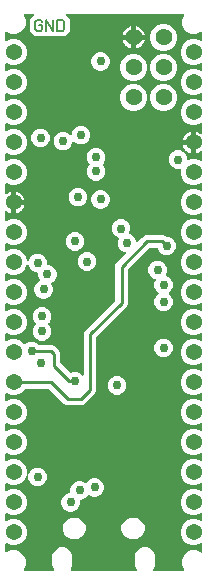
<source format=gbr>
G04 EAGLE Gerber RS-274X export*
G75*
%MOMM*%
%FSLAX34Y34*%
%LPD*%
%INCopper Layer 15*%
%IPPOS*%
%AMOC8*
5,1,8,0,0,1.08239X$1,22.5*%
G01*
%ADD10C,0.127000*%
%ADD11C,1.425000*%
%ADD12C,1.371600*%
%ADD13C,0.750000*%
%ADD14C,0.254000*%

G36*
X45917Y5339D02*
X45917Y5339D01*
X45946Y5336D01*
X46057Y5359D01*
X46169Y5375D01*
X46196Y5387D01*
X46225Y5392D01*
X46326Y5445D01*
X46429Y5491D01*
X46451Y5510D01*
X46477Y5523D01*
X46560Y5601D01*
X46646Y5674D01*
X46662Y5699D01*
X46683Y5719D01*
X46741Y5817D01*
X46803Y5911D01*
X46812Y5939D01*
X46827Y5964D01*
X46855Y6074D01*
X46889Y6182D01*
X46890Y6211D01*
X46897Y6240D01*
X46894Y6353D01*
X46896Y6466D01*
X46889Y6495D01*
X46888Y6524D01*
X46853Y6632D01*
X46825Y6741D01*
X46810Y6767D01*
X46801Y6795D01*
X46755Y6859D01*
X46679Y6986D01*
X46634Y7029D01*
X46606Y7068D01*
X46587Y7086D01*
X45283Y10234D01*
X45283Y13642D01*
X45469Y14089D01*
X45491Y14174D01*
X45522Y14256D01*
X45524Y14286D01*
X45530Y14304D01*
X45530Y14328D01*
X45540Y14365D01*
X45537Y14452D01*
X45544Y14539D01*
X45537Y14573D01*
X45537Y14588D01*
X45533Y14604D01*
X45532Y14649D01*
X45486Y14790D01*
X45469Y14867D01*
X45283Y15314D01*
X45283Y18722D01*
X46587Y21870D01*
X48996Y24279D01*
X52144Y25583D01*
X55552Y25583D01*
X58700Y24279D01*
X61109Y21870D01*
X62413Y18722D01*
X62413Y15314D01*
X62227Y14867D01*
X62205Y14782D01*
X62174Y14700D01*
X62171Y14654D01*
X62166Y14640D01*
X62166Y14630D01*
X62156Y14591D01*
X62159Y14504D01*
X62152Y14417D01*
X62160Y14382D01*
X62159Y14356D01*
X62164Y14339D01*
X62164Y14307D01*
X62204Y14182D01*
X62217Y14135D01*
X62227Y14089D01*
X62413Y13642D01*
X62413Y10234D01*
X61109Y7086D01*
X61090Y7068D01*
X61073Y7044D01*
X61050Y7025D01*
X60987Y6931D01*
X60919Y6841D01*
X60909Y6813D01*
X60893Y6789D01*
X60858Y6681D01*
X60818Y6575D01*
X60816Y6546D01*
X60807Y6518D01*
X60804Y6405D01*
X60795Y6292D01*
X60800Y6263D01*
X60800Y6234D01*
X60828Y6124D01*
X60850Y6013D01*
X60864Y5987D01*
X60871Y5959D01*
X60929Y5861D01*
X60981Y5761D01*
X61002Y5739D01*
X61017Y5714D01*
X61099Y5637D01*
X61177Y5555D01*
X61202Y5540D01*
X61224Y5520D01*
X61325Y5468D01*
X61422Y5411D01*
X61451Y5404D01*
X61477Y5390D01*
X61554Y5377D01*
X61698Y5341D01*
X61760Y5343D01*
X61808Y5335D01*
X115992Y5335D01*
X116021Y5339D01*
X116050Y5336D01*
X116161Y5359D01*
X116273Y5375D01*
X116300Y5387D01*
X116329Y5392D01*
X116430Y5445D01*
X116533Y5491D01*
X116555Y5510D01*
X116581Y5523D01*
X116664Y5601D01*
X116750Y5674D01*
X116766Y5699D01*
X116787Y5719D01*
X116845Y5817D01*
X116907Y5911D01*
X116916Y5939D01*
X116931Y5964D01*
X116959Y6074D01*
X116993Y6182D01*
X116994Y6211D01*
X117001Y6240D01*
X116998Y6353D01*
X117000Y6466D01*
X116993Y6495D01*
X116992Y6524D01*
X116957Y6632D01*
X116929Y6741D01*
X116914Y6767D01*
X116905Y6795D01*
X116859Y6859D01*
X116783Y6986D01*
X116738Y7029D01*
X116710Y7068D01*
X116691Y7086D01*
X115387Y10234D01*
X115387Y13642D01*
X115573Y14089D01*
X115595Y14174D01*
X115626Y14256D01*
X115628Y14286D01*
X115634Y14304D01*
X115634Y14328D01*
X115644Y14365D01*
X115641Y14452D01*
X115648Y14539D01*
X115641Y14573D01*
X115641Y14588D01*
X115637Y14604D01*
X115636Y14649D01*
X115590Y14790D01*
X115573Y14867D01*
X115387Y15314D01*
X115387Y18722D01*
X116691Y21870D01*
X119100Y24279D01*
X122248Y25583D01*
X125656Y25583D01*
X128804Y24279D01*
X131213Y21870D01*
X132517Y18722D01*
X132517Y15314D01*
X132331Y14867D01*
X132309Y14782D01*
X132278Y14700D01*
X132275Y14654D01*
X132270Y14640D01*
X132270Y14630D01*
X132260Y14591D01*
X132263Y14504D01*
X132256Y14417D01*
X132264Y14382D01*
X132263Y14356D01*
X132268Y14339D01*
X132268Y14307D01*
X132308Y14182D01*
X132321Y14135D01*
X132331Y14089D01*
X132517Y13642D01*
X132517Y10234D01*
X131213Y7086D01*
X131194Y7068D01*
X131177Y7044D01*
X131154Y7025D01*
X131091Y6931D01*
X131023Y6841D01*
X131013Y6813D01*
X130997Y6789D01*
X130962Y6681D01*
X130922Y6575D01*
X130920Y6546D01*
X130911Y6518D01*
X130908Y6405D01*
X130899Y6292D01*
X130904Y6263D01*
X130904Y6234D01*
X130932Y6124D01*
X130954Y6013D01*
X130968Y5987D01*
X130975Y5959D01*
X131033Y5861D01*
X131085Y5761D01*
X131106Y5739D01*
X131121Y5714D01*
X131203Y5637D01*
X131281Y5555D01*
X131306Y5540D01*
X131328Y5520D01*
X131429Y5468D01*
X131526Y5411D01*
X131555Y5404D01*
X131581Y5390D01*
X131658Y5377D01*
X131802Y5341D01*
X131864Y5343D01*
X131912Y5335D01*
X155781Y5335D01*
X155810Y5339D01*
X155839Y5336D01*
X155950Y5359D01*
X156062Y5375D01*
X156089Y5387D01*
X156118Y5392D01*
X156218Y5445D01*
X156321Y5491D01*
X156344Y5510D01*
X156370Y5523D01*
X156452Y5601D01*
X156538Y5674D01*
X156555Y5699D01*
X156576Y5719D01*
X156633Y5817D01*
X156696Y5911D01*
X156705Y5939D01*
X156720Y5965D01*
X156748Y6074D01*
X156782Y6182D01*
X156783Y6212D01*
X156790Y6240D01*
X156786Y6353D01*
X156789Y6466D01*
X156782Y6495D01*
X156781Y6524D01*
X156746Y6632D01*
X156717Y6741D01*
X156702Y6767D01*
X156693Y6795D01*
X156648Y6859D01*
X156575Y6981D01*
X155035Y10698D01*
X155035Y14702D01*
X156568Y18401D01*
X159399Y21232D01*
X163098Y22765D01*
X167102Y22765D01*
X170846Y21214D01*
X170869Y21199D01*
X170959Y21131D01*
X170987Y21120D01*
X171011Y21104D01*
X171119Y21070D01*
X171225Y21030D01*
X171254Y21027D01*
X171282Y21018D01*
X171395Y21015D01*
X171508Y21006D01*
X171537Y21012D01*
X171566Y21011D01*
X171676Y21039D01*
X171787Y21062D01*
X171813Y21075D01*
X171841Y21083D01*
X171939Y21140D01*
X172039Y21193D01*
X172061Y21213D01*
X172086Y21228D01*
X172163Y21311D01*
X172245Y21388D01*
X172260Y21414D01*
X172280Y21435D01*
X172332Y21536D01*
X172389Y21634D01*
X172396Y21662D01*
X172410Y21688D01*
X172423Y21766D01*
X172459Y21909D01*
X172457Y21972D01*
X172465Y22019D01*
X172465Y27809D01*
X172449Y27922D01*
X172439Y28037D01*
X172429Y28063D01*
X172425Y28090D01*
X172378Y28195D01*
X172337Y28302D01*
X172321Y28324D01*
X172309Y28350D01*
X172235Y28437D01*
X172166Y28529D01*
X172143Y28545D01*
X172126Y28567D01*
X172030Y28630D01*
X171938Y28699D01*
X171912Y28709D01*
X171889Y28724D01*
X171779Y28759D01*
X171672Y28799D01*
X171644Y28802D01*
X171618Y28810D01*
X171503Y28813D01*
X171389Y28822D01*
X171364Y28816D01*
X171334Y28817D01*
X171077Y28750D01*
X171061Y28747D01*
X167273Y27177D01*
X162927Y27177D01*
X158913Y28840D01*
X155840Y31913D01*
X154177Y35927D01*
X154177Y40273D01*
X155840Y44287D01*
X158913Y47360D01*
X162927Y49023D01*
X167273Y49023D01*
X171061Y47453D01*
X171173Y47425D01*
X171282Y47390D01*
X171310Y47389D01*
X171337Y47382D01*
X171451Y47386D01*
X171566Y47383D01*
X171593Y47390D01*
X171621Y47391D01*
X171730Y47426D01*
X171841Y47455D01*
X171865Y47469D01*
X171892Y47477D01*
X171987Y47541D01*
X172086Y47600D01*
X172105Y47620D01*
X172128Y47635D01*
X172202Y47723D01*
X172280Y47807D01*
X172293Y47832D01*
X172311Y47853D01*
X172357Y47958D01*
X172410Y48060D01*
X172414Y48085D01*
X172426Y48113D01*
X172463Y48377D01*
X172465Y48391D01*
X172465Y53209D01*
X172449Y53322D01*
X172439Y53437D01*
X172429Y53463D01*
X172425Y53490D01*
X172378Y53595D01*
X172337Y53702D01*
X172321Y53724D01*
X172309Y53750D01*
X172235Y53837D01*
X172166Y53929D01*
X172143Y53945D01*
X172126Y53967D01*
X172030Y54030D01*
X171938Y54099D01*
X171912Y54109D01*
X171889Y54124D01*
X171779Y54159D01*
X171672Y54199D01*
X171644Y54202D01*
X171618Y54210D01*
X171503Y54213D01*
X171389Y54222D01*
X171364Y54216D01*
X171334Y54217D01*
X171077Y54150D01*
X171061Y54147D01*
X167273Y52577D01*
X162927Y52577D01*
X158913Y54240D01*
X155840Y57313D01*
X154177Y61327D01*
X154177Y65673D01*
X155840Y69687D01*
X158913Y72760D01*
X162927Y74423D01*
X167273Y74423D01*
X171061Y72853D01*
X171173Y72825D01*
X171282Y72790D01*
X171310Y72789D01*
X171337Y72782D01*
X171451Y72786D01*
X171566Y72783D01*
X171593Y72790D01*
X171621Y72791D01*
X171730Y72826D01*
X171841Y72855D01*
X171865Y72869D01*
X171892Y72877D01*
X171987Y72941D01*
X172086Y73000D01*
X172105Y73020D01*
X172128Y73035D01*
X172202Y73123D01*
X172280Y73207D01*
X172293Y73232D01*
X172311Y73253D01*
X172357Y73358D01*
X172410Y73460D01*
X172414Y73485D01*
X172426Y73513D01*
X172463Y73777D01*
X172465Y73791D01*
X172465Y78609D01*
X172449Y78722D01*
X172439Y78837D01*
X172429Y78863D01*
X172425Y78890D01*
X172378Y78995D01*
X172337Y79102D01*
X172321Y79124D01*
X172309Y79150D01*
X172235Y79237D01*
X172166Y79329D01*
X172143Y79345D01*
X172126Y79367D01*
X172030Y79430D01*
X171938Y79499D01*
X171912Y79509D01*
X171889Y79524D01*
X171779Y79559D01*
X171672Y79599D01*
X171644Y79602D01*
X171618Y79610D01*
X171503Y79613D01*
X171389Y79622D01*
X171364Y79616D01*
X171334Y79617D01*
X171077Y79550D01*
X171061Y79547D01*
X167273Y77977D01*
X162927Y77977D01*
X158913Y79640D01*
X155840Y82713D01*
X154177Y86727D01*
X154177Y91073D01*
X155840Y95087D01*
X158913Y98160D01*
X162927Y99823D01*
X167273Y99823D01*
X171061Y98253D01*
X171173Y98225D01*
X171282Y98190D01*
X171310Y98189D01*
X171337Y98182D01*
X171451Y98186D01*
X171566Y98183D01*
X171593Y98190D01*
X171621Y98191D01*
X171730Y98226D01*
X171841Y98255D01*
X171865Y98269D01*
X171892Y98277D01*
X171987Y98341D01*
X172086Y98400D01*
X172105Y98420D01*
X172128Y98435D01*
X172202Y98523D01*
X172280Y98607D01*
X172293Y98632D01*
X172311Y98653D01*
X172357Y98758D01*
X172410Y98860D01*
X172414Y98885D01*
X172426Y98913D01*
X172463Y99177D01*
X172465Y99191D01*
X172465Y104009D01*
X172449Y104122D01*
X172439Y104237D01*
X172429Y104263D01*
X172425Y104290D01*
X172378Y104395D01*
X172337Y104502D01*
X172321Y104524D01*
X172309Y104550D01*
X172235Y104637D01*
X172166Y104729D01*
X172143Y104745D01*
X172126Y104767D01*
X172030Y104830D01*
X171938Y104899D01*
X171912Y104909D01*
X171889Y104924D01*
X171779Y104959D01*
X171672Y104999D01*
X171644Y105002D01*
X171618Y105010D01*
X171503Y105013D01*
X171389Y105022D01*
X171364Y105016D01*
X171334Y105017D01*
X171077Y104950D01*
X171061Y104947D01*
X167273Y103377D01*
X162927Y103377D01*
X158913Y105040D01*
X155840Y108113D01*
X154177Y112127D01*
X154177Y116473D01*
X155840Y120487D01*
X158913Y123560D01*
X162927Y125223D01*
X167273Y125223D01*
X171061Y123653D01*
X171173Y123625D01*
X171282Y123590D01*
X171310Y123589D01*
X171337Y123582D01*
X171451Y123586D01*
X171566Y123583D01*
X171593Y123590D01*
X171621Y123591D01*
X171730Y123626D01*
X171841Y123655D01*
X171865Y123669D01*
X171892Y123677D01*
X171987Y123741D01*
X172086Y123800D01*
X172105Y123820D01*
X172128Y123835D01*
X172202Y123923D01*
X172280Y124007D01*
X172293Y124032D01*
X172311Y124053D01*
X172357Y124158D01*
X172410Y124260D01*
X172414Y124285D01*
X172426Y124313D01*
X172463Y124577D01*
X172465Y124591D01*
X172465Y129409D01*
X172449Y129522D01*
X172439Y129637D01*
X172429Y129663D01*
X172425Y129690D01*
X172378Y129795D01*
X172337Y129902D01*
X172321Y129924D01*
X172309Y129950D01*
X172235Y130037D01*
X172166Y130129D01*
X172143Y130145D01*
X172126Y130167D01*
X172030Y130230D01*
X171938Y130299D01*
X171912Y130309D01*
X171889Y130324D01*
X171779Y130359D01*
X171672Y130399D01*
X171644Y130402D01*
X171618Y130410D01*
X171503Y130413D01*
X171389Y130422D01*
X171364Y130416D01*
X171334Y130417D01*
X171077Y130350D01*
X171061Y130347D01*
X167273Y128777D01*
X162927Y128777D01*
X158913Y130440D01*
X155840Y133513D01*
X154177Y137527D01*
X154177Y141873D01*
X155840Y145887D01*
X158913Y148960D01*
X162927Y150623D01*
X167273Y150623D01*
X171061Y149053D01*
X171173Y149025D01*
X171282Y148990D01*
X171310Y148989D01*
X171337Y148982D01*
X171451Y148986D01*
X171566Y148983D01*
X171593Y148990D01*
X171621Y148991D01*
X171730Y149026D01*
X171841Y149055D01*
X171865Y149069D01*
X171892Y149077D01*
X171987Y149141D01*
X172086Y149200D01*
X172105Y149220D01*
X172128Y149235D01*
X172202Y149323D01*
X172280Y149407D01*
X172293Y149432D01*
X172311Y149453D01*
X172357Y149558D01*
X172410Y149660D01*
X172414Y149685D01*
X172426Y149713D01*
X172463Y149977D01*
X172465Y149991D01*
X172465Y154809D01*
X172449Y154922D01*
X172439Y155037D01*
X172429Y155063D01*
X172425Y155090D01*
X172378Y155195D01*
X172337Y155302D01*
X172321Y155324D01*
X172309Y155350D01*
X172235Y155437D01*
X172166Y155529D01*
X172143Y155545D01*
X172126Y155567D01*
X172030Y155630D01*
X171938Y155699D01*
X171912Y155709D01*
X171889Y155724D01*
X171779Y155759D01*
X171672Y155799D01*
X171644Y155802D01*
X171618Y155810D01*
X171503Y155813D01*
X171389Y155822D01*
X171364Y155816D01*
X171334Y155817D01*
X171077Y155750D01*
X171061Y155747D01*
X167273Y154177D01*
X162927Y154177D01*
X158913Y155840D01*
X155840Y158913D01*
X154177Y162927D01*
X154177Y167273D01*
X155840Y171287D01*
X158913Y174360D01*
X162927Y176023D01*
X167273Y176023D01*
X171061Y174453D01*
X171173Y174425D01*
X171282Y174390D01*
X171310Y174389D01*
X171337Y174382D01*
X171451Y174386D01*
X171566Y174383D01*
X171593Y174390D01*
X171621Y174391D01*
X171730Y174426D01*
X171841Y174455D01*
X171865Y174469D01*
X171892Y174477D01*
X171987Y174541D01*
X172086Y174600D01*
X172105Y174620D01*
X172128Y174635D01*
X172202Y174723D01*
X172280Y174807D01*
X172293Y174832D01*
X172311Y174853D01*
X172357Y174958D01*
X172410Y175060D01*
X172414Y175085D01*
X172426Y175113D01*
X172463Y175377D01*
X172465Y175391D01*
X172465Y180209D01*
X172449Y180322D01*
X172439Y180437D01*
X172429Y180463D01*
X172425Y180490D01*
X172378Y180595D01*
X172337Y180702D01*
X172321Y180724D01*
X172309Y180750D01*
X172235Y180837D01*
X172166Y180929D01*
X172143Y180945D01*
X172126Y180967D01*
X172030Y181030D01*
X171938Y181099D01*
X171912Y181109D01*
X171889Y181124D01*
X171779Y181159D01*
X171672Y181199D01*
X171644Y181202D01*
X171618Y181210D01*
X171503Y181213D01*
X171389Y181222D01*
X171364Y181216D01*
X171334Y181217D01*
X171077Y181150D01*
X171061Y181147D01*
X167273Y179577D01*
X162927Y179577D01*
X158913Y181240D01*
X155840Y184313D01*
X154177Y188327D01*
X154177Y192673D01*
X155840Y196687D01*
X158913Y199760D01*
X162927Y201423D01*
X167273Y201423D01*
X171061Y199853D01*
X171173Y199825D01*
X171282Y199790D01*
X171310Y199789D01*
X171337Y199782D01*
X171451Y199786D01*
X171566Y199783D01*
X171593Y199790D01*
X171621Y199791D01*
X171730Y199826D01*
X171841Y199855D01*
X171865Y199869D01*
X171892Y199877D01*
X171987Y199941D01*
X172086Y200000D01*
X172105Y200020D01*
X172128Y200035D01*
X172202Y200123D01*
X172280Y200207D01*
X172293Y200232D01*
X172311Y200253D01*
X172357Y200358D01*
X172410Y200460D01*
X172414Y200485D01*
X172426Y200513D01*
X172463Y200777D01*
X172465Y200791D01*
X172465Y205609D01*
X172449Y205722D01*
X172439Y205837D01*
X172429Y205863D01*
X172425Y205890D01*
X172378Y205995D01*
X172337Y206102D01*
X172321Y206124D01*
X172309Y206150D01*
X172235Y206237D01*
X172166Y206329D01*
X172143Y206345D01*
X172126Y206367D01*
X172030Y206430D01*
X171938Y206499D01*
X171912Y206509D01*
X171889Y206524D01*
X171779Y206559D01*
X171672Y206599D01*
X171644Y206602D01*
X171618Y206610D01*
X171503Y206613D01*
X171389Y206622D01*
X171364Y206616D01*
X171334Y206617D01*
X171077Y206550D01*
X171061Y206547D01*
X167273Y204977D01*
X162927Y204977D01*
X158913Y206640D01*
X155840Y209713D01*
X154177Y213727D01*
X154177Y218073D01*
X155840Y222087D01*
X158913Y225160D01*
X162927Y226823D01*
X167273Y226823D01*
X171061Y225253D01*
X171173Y225225D01*
X171282Y225190D01*
X171310Y225189D01*
X171337Y225182D01*
X171451Y225186D01*
X171566Y225183D01*
X171593Y225190D01*
X171621Y225191D01*
X171730Y225226D01*
X171841Y225255D01*
X171865Y225269D01*
X171892Y225277D01*
X171987Y225341D01*
X172086Y225400D01*
X172105Y225420D01*
X172128Y225435D01*
X172202Y225523D01*
X172280Y225607D01*
X172293Y225632D01*
X172311Y225653D01*
X172357Y225758D01*
X172410Y225860D01*
X172414Y225885D01*
X172426Y225913D01*
X172463Y226177D01*
X172465Y226191D01*
X172465Y231009D01*
X172449Y231122D01*
X172439Y231237D01*
X172429Y231263D01*
X172425Y231290D01*
X172378Y231395D01*
X172337Y231502D01*
X172321Y231524D01*
X172309Y231550D01*
X172235Y231637D01*
X172166Y231729D01*
X172143Y231745D01*
X172126Y231767D01*
X172030Y231830D01*
X171938Y231899D01*
X171912Y231909D01*
X171889Y231924D01*
X171779Y231959D01*
X171672Y231999D01*
X171644Y232002D01*
X171618Y232010D01*
X171503Y232013D01*
X171389Y232022D01*
X171364Y232016D01*
X171334Y232017D01*
X171077Y231950D01*
X171061Y231947D01*
X167273Y230377D01*
X162927Y230377D01*
X158913Y232040D01*
X155840Y235113D01*
X154177Y239127D01*
X154177Y243473D01*
X155840Y247487D01*
X158913Y250560D01*
X162927Y252223D01*
X167273Y252223D01*
X171061Y250653D01*
X171173Y250625D01*
X171282Y250590D01*
X171310Y250589D01*
X171337Y250582D01*
X171451Y250586D01*
X171566Y250583D01*
X171593Y250590D01*
X171621Y250591D01*
X171730Y250626D01*
X171841Y250655D01*
X171865Y250669D01*
X171892Y250677D01*
X171987Y250741D01*
X172086Y250800D01*
X172105Y250820D01*
X172128Y250835D01*
X172202Y250923D01*
X172280Y251007D01*
X172293Y251032D01*
X172311Y251053D01*
X172357Y251158D01*
X172410Y251260D01*
X172414Y251285D01*
X172426Y251313D01*
X172463Y251577D01*
X172465Y251591D01*
X172465Y256409D01*
X172449Y256522D01*
X172439Y256637D01*
X172429Y256663D01*
X172425Y256690D01*
X172378Y256795D01*
X172337Y256902D01*
X172321Y256924D01*
X172309Y256950D01*
X172235Y257037D01*
X172166Y257129D01*
X172143Y257145D01*
X172126Y257167D01*
X172030Y257230D01*
X171938Y257299D01*
X171912Y257309D01*
X171889Y257324D01*
X171779Y257359D01*
X171672Y257399D01*
X171644Y257402D01*
X171618Y257410D01*
X171503Y257413D01*
X171389Y257422D01*
X171364Y257416D01*
X171334Y257417D01*
X171077Y257350D01*
X171061Y257347D01*
X167273Y255777D01*
X162927Y255777D01*
X158913Y257440D01*
X155840Y260513D01*
X154177Y264527D01*
X154177Y268873D01*
X155840Y272887D01*
X158913Y275960D01*
X162927Y277623D01*
X167273Y277623D01*
X171061Y276053D01*
X171173Y276025D01*
X171282Y275990D01*
X171310Y275989D01*
X171337Y275982D01*
X171451Y275986D01*
X171566Y275983D01*
X171593Y275990D01*
X171621Y275991D01*
X171730Y276026D01*
X171841Y276055D01*
X171865Y276069D01*
X171892Y276077D01*
X171987Y276141D01*
X172086Y276200D01*
X172105Y276220D01*
X172128Y276235D01*
X172202Y276323D01*
X172280Y276407D01*
X172293Y276432D01*
X172311Y276453D01*
X172357Y276558D01*
X172410Y276660D01*
X172414Y276685D01*
X172426Y276713D01*
X172463Y276977D01*
X172465Y276991D01*
X172465Y281809D01*
X172449Y281922D01*
X172439Y282037D01*
X172429Y282063D01*
X172425Y282090D01*
X172378Y282195D01*
X172337Y282302D01*
X172321Y282324D01*
X172309Y282350D01*
X172235Y282437D01*
X172166Y282529D01*
X172143Y282545D01*
X172126Y282567D01*
X172030Y282630D01*
X171938Y282699D01*
X171912Y282709D01*
X171889Y282724D01*
X171779Y282759D01*
X171672Y282799D01*
X171644Y282802D01*
X171618Y282810D01*
X171503Y282813D01*
X171389Y282822D01*
X171364Y282816D01*
X171334Y282817D01*
X171077Y282750D01*
X171061Y282747D01*
X167273Y281177D01*
X162927Y281177D01*
X158913Y282840D01*
X155840Y285913D01*
X154177Y289927D01*
X154177Y294273D01*
X155840Y298287D01*
X158913Y301360D01*
X162927Y303023D01*
X167273Y303023D01*
X171061Y301453D01*
X171173Y301425D01*
X171282Y301390D01*
X171310Y301389D01*
X171337Y301382D01*
X171451Y301386D01*
X171566Y301383D01*
X171593Y301390D01*
X171621Y301391D01*
X171730Y301426D01*
X171841Y301455D01*
X171865Y301469D01*
X171892Y301477D01*
X171987Y301541D01*
X172086Y301600D01*
X172105Y301620D01*
X172128Y301635D01*
X172202Y301723D01*
X172280Y301807D01*
X172293Y301832D01*
X172311Y301853D01*
X172357Y301958D01*
X172410Y302060D01*
X172414Y302085D01*
X172426Y302113D01*
X172463Y302377D01*
X172465Y302391D01*
X172465Y307209D01*
X172449Y307322D01*
X172439Y307437D01*
X172429Y307463D01*
X172425Y307490D01*
X172378Y307595D01*
X172337Y307702D01*
X172321Y307724D01*
X172309Y307750D01*
X172235Y307837D01*
X172166Y307929D01*
X172143Y307945D01*
X172126Y307967D01*
X172030Y308030D01*
X171938Y308099D01*
X171912Y308109D01*
X171889Y308124D01*
X171779Y308159D01*
X171672Y308199D01*
X171644Y308202D01*
X171618Y308210D01*
X171503Y308213D01*
X171389Y308222D01*
X171364Y308216D01*
X171334Y308217D01*
X171077Y308150D01*
X171061Y308147D01*
X167273Y306577D01*
X162927Y306577D01*
X158913Y308240D01*
X155840Y311313D01*
X154177Y315327D01*
X154177Y319673D01*
X155840Y323687D01*
X158913Y326760D01*
X162927Y328423D01*
X167273Y328423D01*
X171061Y326853D01*
X171173Y326825D01*
X171282Y326790D01*
X171310Y326789D01*
X171337Y326782D01*
X171451Y326786D01*
X171566Y326783D01*
X171593Y326790D01*
X171621Y326791D01*
X171730Y326826D01*
X171841Y326855D01*
X171865Y326869D01*
X171892Y326877D01*
X171987Y326941D01*
X172086Y327000D01*
X172105Y327020D01*
X172128Y327035D01*
X172202Y327123D01*
X172280Y327207D01*
X172293Y327232D01*
X172311Y327253D01*
X172357Y327358D01*
X172410Y327460D01*
X172414Y327485D01*
X172426Y327513D01*
X172463Y327777D01*
X172465Y327791D01*
X172465Y332609D01*
X172449Y332722D01*
X172439Y332837D01*
X172429Y332863D01*
X172425Y332890D01*
X172378Y332995D01*
X172337Y333102D01*
X172321Y333124D01*
X172309Y333150D01*
X172235Y333237D01*
X172166Y333329D01*
X172143Y333345D01*
X172126Y333367D01*
X172030Y333430D01*
X171938Y333499D01*
X171912Y333509D01*
X171889Y333524D01*
X171779Y333559D01*
X171672Y333599D01*
X171644Y333602D01*
X171618Y333610D01*
X171503Y333613D01*
X171389Y333622D01*
X171364Y333616D01*
X171334Y333617D01*
X171077Y333550D01*
X171061Y333547D01*
X167273Y331977D01*
X162927Y331977D01*
X158913Y333640D01*
X155840Y336713D01*
X154177Y340727D01*
X154177Y344865D01*
X154169Y344923D01*
X154171Y344981D01*
X154149Y345063D01*
X154137Y345147D01*
X154114Y345200D01*
X154099Y345256D01*
X154056Y345329D01*
X154021Y345406D01*
X153983Y345451D01*
X153954Y345501D01*
X153892Y345559D01*
X153838Y345623D01*
X153789Y345655D01*
X153746Y345695D01*
X153671Y345734D01*
X153601Y345781D01*
X153545Y345798D01*
X153493Y345825D01*
X153425Y345836D01*
X153330Y345866D01*
X153230Y345869D01*
X153162Y345880D01*
X150211Y345880D01*
X147338Y347070D01*
X145140Y349268D01*
X143950Y352141D01*
X143950Y355249D01*
X145140Y358122D01*
X147338Y360320D01*
X150211Y361510D01*
X153319Y361510D01*
X156192Y360320D01*
X158390Y358122D01*
X159580Y355249D01*
X159580Y353956D01*
X159596Y353842D01*
X159606Y353727D01*
X159616Y353701D01*
X159620Y353674D01*
X159667Y353569D01*
X159708Y353462D01*
X159724Y353440D01*
X159736Y353415D01*
X159810Y353327D01*
X159879Y353235D01*
X159902Y353219D01*
X159919Y353198D01*
X160015Y353134D01*
X160107Y353065D01*
X160133Y353055D01*
X160156Y353040D01*
X160266Y353005D01*
X160373Y352965D01*
X160401Y352963D01*
X160427Y352954D01*
X160542Y352951D01*
X160656Y352942D01*
X160681Y352948D01*
X160711Y352947D01*
X160968Y353014D01*
X160984Y353018D01*
X162927Y353823D01*
X167273Y353823D01*
X171061Y352253D01*
X171173Y352225D01*
X171282Y352190D01*
X171310Y352189D01*
X171337Y352182D01*
X171451Y352186D01*
X171566Y352183D01*
X171593Y352190D01*
X171621Y352191D01*
X171730Y352226D01*
X171841Y352255D01*
X171865Y352269D01*
X171892Y352277D01*
X171987Y352341D01*
X172086Y352400D01*
X172105Y352420D01*
X172128Y352435D01*
X172202Y352523D01*
X172280Y352607D01*
X172293Y352632D01*
X172311Y352653D01*
X172357Y352758D01*
X172410Y352860D01*
X172414Y352885D01*
X172426Y352913D01*
X172463Y353177D01*
X172465Y353191D01*
X172465Y360041D01*
X172452Y360132D01*
X172449Y360224D01*
X172433Y360272D01*
X172425Y360323D01*
X172388Y360407D01*
X172359Y360494D01*
X172330Y360536D01*
X172309Y360582D01*
X172250Y360652D01*
X172198Y360728D01*
X172158Y360760D01*
X172126Y360799D01*
X172049Y360850D01*
X171978Y360908D01*
X171931Y360929D01*
X171889Y360957D01*
X171801Y360984D01*
X171717Y361021D01*
X171666Y361027D01*
X171618Y361042D01*
X171526Y361045D01*
X171435Y361056D01*
X171384Y361048D01*
X171334Y361050D01*
X171245Y361027D01*
X171154Y361012D01*
X171114Y360992D01*
X171059Y360978D01*
X170922Y360897D01*
X170853Y360863D01*
X170026Y360261D01*
X168708Y359590D01*
X167301Y359133D01*
X167131Y359106D01*
X167131Y367284D01*
X167123Y367342D01*
X167125Y367400D01*
X167103Y367482D01*
X167091Y367565D01*
X167067Y367619D01*
X167053Y367675D01*
X167010Y367748D01*
X166975Y367825D01*
X166937Y367869D01*
X166907Y367920D01*
X166846Y367977D01*
X166791Y368042D01*
X166743Y368074D01*
X166700Y368114D01*
X166625Y368153D01*
X166555Y368199D01*
X166499Y368217D01*
X166447Y368244D01*
X166379Y368255D01*
X166284Y368285D01*
X166184Y368288D01*
X166116Y368299D01*
X165099Y368299D01*
X165099Y368301D01*
X166116Y368301D01*
X166174Y368309D01*
X166232Y368308D01*
X166314Y368329D01*
X166397Y368341D01*
X166451Y368365D01*
X166507Y368379D01*
X166580Y368422D01*
X166657Y368457D01*
X166702Y368495D01*
X166752Y368525D01*
X166810Y368586D01*
X166874Y368641D01*
X166906Y368689D01*
X166946Y368732D01*
X166985Y368807D01*
X167031Y368877D01*
X167049Y368933D01*
X167076Y368985D01*
X167087Y369053D01*
X167117Y369148D01*
X167120Y369248D01*
X167131Y369316D01*
X167131Y377494D01*
X167301Y377467D01*
X168708Y377010D01*
X170026Y376339D01*
X170853Y375737D01*
X170935Y375694D01*
X171011Y375643D01*
X171060Y375628D01*
X171104Y375604D01*
X171194Y375585D01*
X171282Y375558D01*
X171333Y375556D01*
X171383Y375546D01*
X171474Y375553D01*
X171566Y375550D01*
X171616Y375563D01*
X171666Y375567D01*
X171752Y375599D01*
X171841Y375622D01*
X171885Y375648D01*
X171933Y375666D01*
X172007Y375720D01*
X172086Y375767D01*
X172121Y375804D01*
X172161Y375835D01*
X172217Y375908D01*
X172280Y375975D01*
X172303Y376020D01*
X172334Y376060D01*
X172368Y376146D01*
X172410Y376228D01*
X172417Y376272D01*
X172438Y376325D01*
X172453Y376483D01*
X172465Y376559D01*
X172465Y383409D01*
X172449Y383522D01*
X172439Y383637D01*
X172429Y383663D01*
X172425Y383690D01*
X172378Y383795D01*
X172337Y383902D01*
X172321Y383924D01*
X172309Y383950D01*
X172235Y384037D01*
X172166Y384129D01*
X172143Y384145D01*
X172126Y384167D01*
X172030Y384230D01*
X171938Y384299D01*
X171912Y384309D01*
X171889Y384324D01*
X171779Y384359D01*
X171672Y384399D01*
X171644Y384402D01*
X171618Y384410D01*
X171503Y384413D01*
X171389Y384422D01*
X171364Y384416D01*
X171334Y384417D01*
X171077Y384350D01*
X171061Y384347D01*
X167273Y382777D01*
X162927Y382777D01*
X158913Y384440D01*
X155840Y387513D01*
X154177Y391527D01*
X154177Y395873D01*
X155840Y399887D01*
X158913Y402960D01*
X162927Y404623D01*
X167273Y404623D01*
X171061Y403053D01*
X171173Y403025D01*
X171282Y402990D01*
X171310Y402989D01*
X171337Y402982D01*
X171451Y402986D01*
X171566Y402983D01*
X171593Y402990D01*
X171621Y402991D01*
X171730Y403026D01*
X171841Y403055D01*
X171865Y403069D01*
X171892Y403077D01*
X171987Y403141D01*
X172086Y403200D01*
X172105Y403220D01*
X172128Y403236D01*
X172202Y403323D01*
X172280Y403407D01*
X172293Y403432D01*
X172311Y403453D01*
X172357Y403558D01*
X172410Y403660D01*
X172414Y403685D01*
X172426Y403713D01*
X172463Y403977D01*
X172465Y403991D01*
X172465Y408809D01*
X172449Y408922D01*
X172439Y409037D01*
X172429Y409063D01*
X172425Y409090D01*
X172378Y409195D01*
X172337Y409302D01*
X172321Y409324D01*
X172309Y409350D01*
X172235Y409437D01*
X172166Y409529D01*
X172143Y409545D01*
X172126Y409567D01*
X172030Y409630D01*
X171938Y409699D01*
X171912Y409709D01*
X171889Y409724D01*
X171779Y409759D01*
X171672Y409799D01*
X171644Y409802D01*
X171618Y409810D01*
X171503Y409813D01*
X171389Y409822D01*
X171364Y409816D01*
X171334Y409817D01*
X171077Y409750D01*
X171061Y409747D01*
X167273Y408177D01*
X162927Y408177D01*
X158913Y409840D01*
X155840Y412913D01*
X154177Y416927D01*
X154177Y421273D01*
X155840Y425287D01*
X158913Y428360D01*
X162927Y430023D01*
X167273Y430023D01*
X171061Y428453D01*
X171173Y428425D01*
X171282Y428390D01*
X171310Y428389D01*
X171337Y428382D01*
X171451Y428386D01*
X171566Y428383D01*
X171593Y428390D01*
X171621Y428391D01*
X171730Y428426D01*
X171841Y428455D01*
X171865Y428469D01*
X171892Y428477D01*
X171987Y428541D01*
X172086Y428600D01*
X172105Y428620D01*
X172128Y428636D01*
X172202Y428723D01*
X172280Y428807D01*
X172293Y428832D01*
X172311Y428853D01*
X172357Y428958D01*
X172410Y429060D01*
X172414Y429085D01*
X172426Y429113D01*
X172463Y429377D01*
X172465Y429391D01*
X172465Y434209D01*
X172449Y434322D01*
X172439Y434437D01*
X172429Y434463D01*
X172425Y434490D01*
X172378Y434595D01*
X172337Y434702D01*
X172321Y434724D01*
X172309Y434750D01*
X172235Y434837D01*
X172166Y434929D01*
X172143Y434945D01*
X172126Y434967D01*
X172030Y435030D01*
X171938Y435099D01*
X171912Y435109D01*
X171889Y435124D01*
X171779Y435159D01*
X171672Y435199D01*
X171644Y435202D01*
X171618Y435210D01*
X171503Y435213D01*
X171389Y435222D01*
X171364Y435216D01*
X171334Y435217D01*
X171077Y435150D01*
X171061Y435147D01*
X167273Y433577D01*
X162927Y433577D01*
X158913Y435240D01*
X155840Y438313D01*
X154177Y442327D01*
X154177Y446673D01*
X155840Y450687D01*
X158913Y453760D01*
X162927Y455423D01*
X167273Y455423D01*
X171061Y453853D01*
X171173Y453825D01*
X171282Y453790D01*
X171310Y453789D01*
X171337Y453782D01*
X171451Y453786D01*
X171566Y453783D01*
X171593Y453790D01*
X171621Y453791D01*
X171730Y453826D01*
X171841Y453855D01*
X171865Y453869D01*
X171892Y453877D01*
X171987Y453941D01*
X172086Y454000D01*
X172105Y454020D01*
X172128Y454036D01*
X172202Y454123D01*
X172280Y454207D01*
X172293Y454232D01*
X172311Y454253D01*
X172357Y454358D01*
X172410Y454460D01*
X172414Y454485D01*
X172426Y454513D01*
X172463Y454777D01*
X172465Y454791D01*
X172465Y460581D01*
X172461Y460610D01*
X172464Y460639D01*
X172441Y460750D01*
X172425Y460862D01*
X172413Y460889D01*
X172408Y460918D01*
X172355Y461018D01*
X172309Y461121D01*
X172290Y461144D01*
X172277Y461170D01*
X172199Y461252D01*
X172126Y461338D01*
X172101Y461355D01*
X172081Y461376D01*
X171983Y461433D01*
X171889Y461496D01*
X171861Y461505D01*
X171835Y461520D01*
X171726Y461548D01*
X171618Y461582D01*
X171588Y461583D01*
X171560Y461590D01*
X171447Y461586D01*
X171334Y461589D01*
X171305Y461582D01*
X171276Y461581D01*
X171168Y461546D01*
X171059Y461517D01*
X171033Y461502D01*
X171005Y461493D01*
X170941Y461448D01*
X170819Y461375D01*
X167102Y459835D01*
X163098Y459835D01*
X159399Y461368D01*
X156568Y464199D01*
X155035Y467898D01*
X155035Y471902D01*
X156586Y475646D01*
X156601Y475669D01*
X156669Y475759D01*
X156680Y475787D01*
X156696Y475811D01*
X156730Y475919D01*
X156770Y476025D01*
X156773Y476054D01*
X156782Y476082D01*
X156785Y476195D01*
X156794Y476308D01*
X156788Y476337D01*
X156789Y476366D01*
X156761Y476476D01*
X156738Y476587D01*
X156725Y476613D01*
X156717Y476641D01*
X156660Y476739D01*
X156607Y476839D01*
X156587Y476861D01*
X156572Y476886D01*
X156489Y476963D01*
X156412Y477045D01*
X156386Y477060D01*
X156365Y477080D01*
X156264Y477132D01*
X156166Y477189D01*
X156138Y477196D01*
X156112Y477210D01*
X156034Y477223D01*
X155891Y477259D01*
X155828Y477257D01*
X155781Y477265D01*
X57919Y477265D01*
X57890Y477261D01*
X57861Y477264D01*
X57750Y477241D01*
X57637Y477225D01*
X57611Y477213D01*
X57582Y477208D01*
X57481Y477155D01*
X57378Y477109D01*
X57356Y477090D01*
X57330Y477077D01*
X57247Y476999D01*
X57161Y476926D01*
X57145Y476901D01*
X57123Y476881D01*
X57066Y476783D01*
X57003Y476689D01*
X56995Y476661D01*
X56980Y476636D01*
X56952Y476526D01*
X56918Y476418D01*
X56917Y476388D01*
X56910Y476360D01*
X56913Y476247D01*
X56910Y476134D01*
X56918Y476105D01*
X56919Y476076D01*
X56954Y475968D01*
X56982Y475859D01*
X56997Y475833D01*
X57006Y475805D01*
X57052Y475742D01*
X57127Y475614D01*
X57173Y475571D01*
X57201Y475532D01*
X59271Y473462D01*
X60457Y472276D01*
X60457Y466765D01*
X60457Y464422D01*
X60457Y462451D01*
X59167Y461162D01*
X57406Y459401D01*
X56221Y458215D01*
X54250Y458215D01*
X48132Y458215D01*
X48005Y458197D01*
X47875Y458182D01*
X47865Y458177D01*
X47851Y458175D01*
X47591Y458059D01*
X47580Y458050D01*
X47569Y458045D01*
X47389Y457925D01*
X46035Y458196D01*
X45912Y458203D01*
X45836Y458215D01*
X44455Y458215D01*
X44302Y458368D01*
X44199Y458446D01*
X44097Y458526D01*
X44086Y458531D01*
X44075Y458539D01*
X43809Y458640D01*
X43795Y458642D01*
X43784Y458646D01*
X43536Y458695D01*
X43491Y458698D01*
X43447Y458709D01*
X43350Y458706D01*
X43253Y458712D01*
X43208Y458701D01*
X43163Y458700D01*
X43070Y458670D01*
X42975Y458648D01*
X42936Y458627D01*
X42893Y458613D01*
X42831Y458569D01*
X42727Y458511D01*
X42668Y458453D01*
X42619Y458418D01*
X42417Y458215D01*
X38419Y458215D01*
X38402Y458225D01*
X38321Y458246D01*
X38242Y458276D01*
X38184Y458281D01*
X38127Y458295D01*
X38043Y458293D01*
X37959Y458300D01*
X37901Y458288D01*
X37843Y458286D01*
X37763Y458260D01*
X37680Y458244D01*
X37628Y458217D01*
X37623Y458215D01*
X35539Y458215D01*
X30651Y458215D01*
X26415Y462451D01*
X26415Y470354D01*
X26415Y472276D01*
X27601Y473462D01*
X29315Y475176D01*
X29671Y475532D01*
X29689Y475556D01*
X29711Y475575D01*
X29774Y475669D01*
X29842Y475759D01*
X29852Y475787D01*
X29869Y475811D01*
X29903Y475919D01*
X29943Y476025D01*
X29946Y476054D01*
X29954Y476082D01*
X29957Y476196D01*
X29967Y476308D01*
X29961Y476337D01*
X29962Y476366D01*
X29933Y476476D01*
X29911Y476587D01*
X29897Y476613D01*
X29890Y476641D01*
X29832Y476739D01*
X29780Y476839D01*
X29760Y476861D01*
X29745Y476886D01*
X29662Y476963D01*
X29584Y477045D01*
X29559Y477060D01*
X29537Y477080D01*
X29436Y477132D01*
X29339Y477189D01*
X29310Y477196D01*
X29284Y477210D01*
X29207Y477223D01*
X29063Y477259D01*
X29001Y477257D01*
X28953Y477265D01*
X22019Y477265D01*
X21990Y477261D01*
X21961Y477264D01*
X21850Y477241D01*
X21738Y477225D01*
X21711Y477213D01*
X21682Y477208D01*
X21582Y477155D01*
X21479Y477109D01*
X21456Y477090D01*
X21430Y477077D01*
X21348Y476999D01*
X21262Y476926D01*
X21245Y476901D01*
X21224Y476881D01*
X21167Y476783D01*
X21104Y476689D01*
X21095Y476661D01*
X21080Y476635D01*
X21052Y476526D01*
X21018Y476418D01*
X21017Y476388D01*
X21010Y476360D01*
X21014Y476247D01*
X21011Y476134D01*
X21018Y476105D01*
X21019Y476076D01*
X21054Y475968D01*
X21083Y475859D01*
X21098Y475833D01*
X21107Y475805D01*
X21152Y475741D01*
X21225Y475619D01*
X22765Y471902D01*
X22765Y467898D01*
X21232Y464199D01*
X18401Y461368D01*
X14702Y459835D01*
X10698Y459835D01*
X6954Y461386D01*
X6931Y461401D01*
X6841Y461469D01*
X6813Y461480D01*
X6789Y461496D01*
X6681Y461530D01*
X6575Y461570D01*
X6546Y461573D01*
X6518Y461582D01*
X6405Y461585D01*
X6292Y461594D01*
X6263Y461588D01*
X6234Y461589D01*
X6124Y461561D01*
X6013Y461538D01*
X5987Y461525D01*
X5959Y461517D01*
X5861Y461460D01*
X5761Y461407D01*
X5739Y461387D01*
X5714Y461372D01*
X5637Y461289D01*
X5555Y461212D01*
X5540Y461186D01*
X5520Y461165D01*
X5468Y461064D01*
X5411Y460966D01*
X5404Y460938D01*
X5390Y460912D01*
X5377Y460834D01*
X5341Y460691D01*
X5343Y460628D01*
X5335Y460581D01*
X5335Y454791D01*
X5351Y454678D01*
X5361Y454563D01*
X5371Y454537D01*
X5375Y454510D01*
X5422Y454405D01*
X5463Y454298D01*
X5479Y454276D01*
X5491Y454250D01*
X5565Y454163D01*
X5634Y454071D01*
X5657Y454055D01*
X5674Y454033D01*
X5770Y453970D01*
X5862Y453901D01*
X5888Y453891D01*
X5911Y453876D01*
X6021Y453841D01*
X6128Y453801D01*
X6156Y453798D01*
X6182Y453790D01*
X6297Y453787D01*
X6411Y453778D01*
X6436Y453784D01*
X6466Y453783D01*
X6723Y453850D01*
X6739Y453853D01*
X10527Y455423D01*
X14873Y455423D01*
X18887Y453760D01*
X21960Y450687D01*
X23623Y446673D01*
X23623Y442327D01*
X21960Y438313D01*
X18887Y435240D01*
X14873Y433577D01*
X10527Y433577D01*
X6739Y435147D01*
X6627Y435175D01*
X6518Y435210D01*
X6490Y435211D01*
X6463Y435218D01*
X6349Y435214D01*
X6234Y435217D01*
X6207Y435210D01*
X6179Y435209D01*
X6070Y435174D01*
X5959Y435145D01*
X5935Y435131D01*
X5908Y435123D01*
X5813Y435059D01*
X5714Y435000D01*
X5695Y434980D01*
X5672Y434965D01*
X5598Y434877D01*
X5520Y434793D01*
X5507Y434768D01*
X5489Y434747D01*
X5443Y434642D01*
X5390Y434540D01*
X5386Y434515D01*
X5374Y434487D01*
X5337Y434223D01*
X5335Y434209D01*
X5335Y429391D01*
X5351Y429278D01*
X5361Y429163D01*
X5371Y429137D01*
X5375Y429110D01*
X5422Y429005D01*
X5463Y428898D01*
X5479Y428876D01*
X5491Y428850D01*
X5565Y428763D01*
X5634Y428671D01*
X5657Y428655D01*
X5674Y428633D01*
X5770Y428570D01*
X5862Y428501D01*
X5888Y428491D01*
X5911Y428476D01*
X6021Y428441D01*
X6128Y428401D01*
X6156Y428398D01*
X6182Y428390D01*
X6297Y428387D01*
X6411Y428378D01*
X6436Y428384D01*
X6466Y428383D01*
X6723Y428450D01*
X6739Y428453D01*
X10527Y430023D01*
X14873Y430023D01*
X18887Y428360D01*
X21960Y425287D01*
X23623Y421273D01*
X23623Y416927D01*
X21960Y412913D01*
X18887Y409840D01*
X14873Y408177D01*
X10527Y408177D01*
X6739Y409747D01*
X6627Y409775D01*
X6518Y409810D01*
X6490Y409811D01*
X6463Y409818D01*
X6349Y409814D01*
X6234Y409817D01*
X6207Y409810D01*
X6179Y409809D01*
X6070Y409774D01*
X5959Y409745D01*
X5935Y409731D01*
X5908Y409723D01*
X5813Y409659D01*
X5714Y409600D01*
X5695Y409580D01*
X5672Y409565D01*
X5598Y409477D01*
X5520Y409393D01*
X5507Y409368D01*
X5489Y409347D01*
X5443Y409242D01*
X5390Y409140D01*
X5386Y409115D01*
X5374Y409087D01*
X5337Y408823D01*
X5335Y408809D01*
X5335Y403991D01*
X5351Y403878D01*
X5361Y403763D01*
X5371Y403737D01*
X5375Y403710D01*
X5422Y403605D01*
X5463Y403498D01*
X5479Y403476D01*
X5491Y403450D01*
X5565Y403363D01*
X5634Y403271D01*
X5657Y403255D01*
X5674Y403233D01*
X5770Y403170D01*
X5862Y403101D01*
X5888Y403091D01*
X5911Y403076D01*
X6021Y403041D01*
X6128Y403001D01*
X6156Y402998D01*
X6182Y402990D01*
X6297Y402987D01*
X6411Y402978D01*
X6436Y402984D01*
X6466Y402983D01*
X6723Y403050D01*
X6739Y403053D01*
X10527Y404623D01*
X14873Y404623D01*
X18887Y402960D01*
X21960Y399887D01*
X23623Y395873D01*
X23623Y391527D01*
X21960Y387513D01*
X18887Y384440D01*
X14873Y382777D01*
X10527Y382777D01*
X6739Y384347D01*
X6627Y384375D01*
X6518Y384410D01*
X6490Y384411D01*
X6463Y384418D01*
X6349Y384414D01*
X6234Y384417D01*
X6207Y384410D01*
X6179Y384409D01*
X6070Y384374D01*
X5959Y384345D01*
X5935Y384331D01*
X5908Y384323D01*
X5813Y384259D01*
X5714Y384200D01*
X5695Y384180D01*
X5672Y384165D01*
X5598Y384077D01*
X5520Y383993D01*
X5507Y383968D01*
X5489Y383947D01*
X5443Y383842D01*
X5390Y383740D01*
X5386Y383715D01*
X5374Y383687D01*
X5337Y383423D01*
X5335Y383409D01*
X5335Y378591D01*
X5351Y378478D01*
X5361Y378363D01*
X5371Y378337D01*
X5375Y378310D01*
X5422Y378205D01*
X5463Y378098D01*
X5479Y378076D01*
X5491Y378050D01*
X5565Y377963D01*
X5634Y377871D01*
X5657Y377855D01*
X5674Y377833D01*
X5770Y377770D01*
X5862Y377701D01*
X5888Y377691D01*
X5911Y377676D01*
X6021Y377641D01*
X6128Y377601D01*
X6156Y377598D01*
X6182Y377590D01*
X6297Y377587D01*
X6411Y377578D01*
X6436Y377584D01*
X6466Y377583D01*
X6723Y377650D01*
X6739Y377653D01*
X10527Y379223D01*
X14873Y379223D01*
X18887Y377560D01*
X21960Y374487D01*
X23623Y370473D01*
X23623Y366127D01*
X21960Y362113D01*
X18887Y359040D01*
X14873Y357377D01*
X10527Y357377D01*
X6739Y358947D01*
X6627Y358975D01*
X6518Y359010D01*
X6490Y359011D01*
X6463Y359018D01*
X6349Y359014D01*
X6234Y359017D01*
X6207Y359010D01*
X6179Y359009D01*
X6070Y358974D01*
X5959Y358945D01*
X5935Y358931D01*
X5908Y358923D01*
X5813Y358859D01*
X5714Y358800D01*
X5695Y358780D01*
X5672Y358765D01*
X5598Y358677D01*
X5520Y358593D01*
X5507Y358568D01*
X5489Y358547D01*
X5443Y358442D01*
X5390Y358340D01*
X5386Y358315D01*
X5374Y358287D01*
X5337Y358023D01*
X5335Y358009D01*
X5335Y353191D01*
X5351Y353078D01*
X5361Y352963D01*
X5371Y352937D01*
X5375Y352910D01*
X5422Y352805D01*
X5463Y352698D01*
X5479Y352676D01*
X5491Y352650D01*
X5565Y352563D01*
X5634Y352471D01*
X5657Y352455D01*
X5674Y352433D01*
X5770Y352370D01*
X5862Y352301D01*
X5888Y352291D01*
X5911Y352276D01*
X6021Y352241D01*
X6128Y352201D01*
X6156Y352198D01*
X6182Y352190D01*
X6297Y352187D01*
X6411Y352178D01*
X6436Y352184D01*
X6466Y352183D01*
X6723Y352250D01*
X6739Y352253D01*
X10527Y353823D01*
X14873Y353823D01*
X18887Y352160D01*
X21960Y349087D01*
X23623Y345073D01*
X23623Y340727D01*
X21960Y336713D01*
X18887Y333640D01*
X14873Y331977D01*
X10527Y331977D01*
X6739Y333547D01*
X6627Y333575D01*
X6518Y333610D01*
X6490Y333611D01*
X6463Y333618D01*
X6349Y333614D01*
X6234Y333617D01*
X6207Y333610D01*
X6179Y333609D01*
X6070Y333574D01*
X5959Y333545D01*
X5935Y333531D01*
X5908Y333523D01*
X5813Y333459D01*
X5714Y333400D01*
X5695Y333380D01*
X5672Y333365D01*
X5598Y333277D01*
X5520Y333193D01*
X5507Y333168D01*
X5489Y333147D01*
X5443Y333042D01*
X5390Y332940D01*
X5386Y332915D01*
X5374Y332887D01*
X5337Y332623D01*
X5335Y332609D01*
X5335Y325759D01*
X5348Y325668D01*
X5351Y325576D01*
X5367Y325528D01*
X5375Y325477D01*
X5412Y325393D01*
X5441Y325306D01*
X5470Y325264D01*
X5491Y325218D01*
X5550Y325148D01*
X5602Y325072D01*
X5642Y325040D01*
X5674Y325001D01*
X5751Y324950D01*
X5822Y324892D01*
X5869Y324871D01*
X5911Y324843D01*
X5999Y324816D01*
X6083Y324779D01*
X6134Y324773D01*
X6182Y324758D01*
X6274Y324755D01*
X6365Y324744D01*
X6416Y324752D01*
X6466Y324750D01*
X6555Y324773D01*
X6646Y324788D01*
X6686Y324808D01*
X6741Y324822D01*
X6878Y324903D01*
X6947Y324937D01*
X7774Y325539D01*
X9092Y326210D01*
X10499Y326667D01*
X10669Y326694D01*
X10669Y318516D01*
X10677Y318458D01*
X10675Y318400D01*
X10697Y318318D01*
X10709Y318235D01*
X10733Y318181D01*
X10747Y318125D01*
X10790Y318052D01*
X10825Y317975D01*
X10863Y317931D01*
X10893Y317880D01*
X10954Y317823D01*
X11009Y317758D01*
X11057Y317726D01*
X11100Y317686D01*
X11175Y317647D01*
X11245Y317601D01*
X11301Y317583D01*
X11353Y317556D01*
X11421Y317545D01*
X11516Y317515D01*
X11616Y317512D01*
X11684Y317501D01*
X12701Y317501D01*
X12701Y317499D01*
X11684Y317499D01*
X11626Y317491D01*
X11568Y317492D01*
X11486Y317471D01*
X11403Y317459D01*
X11349Y317435D01*
X11293Y317421D01*
X11220Y317378D01*
X11143Y317343D01*
X11098Y317305D01*
X11048Y317275D01*
X10990Y317214D01*
X10926Y317159D01*
X10894Y317111D01*
X10854Y317068D01*
X10815Y316993D01*
X10769Y316923D01*
X10751Y316867D01*
X10724Y316815D01*
X10713Y316747D01*
X10683Y316652D01*
X10680Y316552D01*
X10669Y316484D01*
X10669Y308306D01*
X10499Y308333D01*
X9092Y308790D01*
X7774Y309461D01*
X6947Y310063D01*
X6865Y310106D01*
X6789Y310157D01*
X6740Y310172D01*
X6696Y310196D01*
X6606Y310215D01*
X6518Y310242D01*
X6467Y310244D01*
X6417Y310254D01*
X6326Y310247D01*
X6234Y310250D01*
X6184Y310237D01*
X6134Y310233D01*
X6048Y310201D01*
X5959Y310178D01*
X5915Y310152D01*
X5867Y310134D01*
X5793Y310080D01*
X5714Y310033D01*
X5679Y309996D01*
X5639Y309965D01*
X5583Y309892D01*
X5520Y309825D01*
X5497Y309780D01*
X5466Y309740D01*
X5432Y309654D01*
X5390Y309572D01*
X5383Y309528D01*
X5362Y309475D01*
X5347Y309317D01*
X5335Y309241D01*
X5335Y302391D01*
X5351Y302278D01*
X5361Y302163D01*
X5371Y302137D01*
X5375Y302110D01*
X5422Y302005D01*
X5463Y301898D01*
X5479Y301876D01*
X5491Y301850D01*
X5565Y301763D01*
X5634Y301671D01*
X5657Y301655D01*
X5674Y301633D01*
X5770Y301570D01*
X5862Y301501D01*
X5888Y301491D01*
X5911Y301476D01*
X6021Y301441D01*
X6128Y301401D01*
X6156Y301398D01*
X6182Y301390D01*
X6297Y301387D01*
X6411Y301378D01*
X6436Y301384D01*
X6466Y301383D01*
X6723Y301450D01*
X6739Y301453D01*
X10527Y303023D01*
X14873Y303023D01*
X18887Y301360D01*
X21960Y298287D01*
X23623Y294273D01*
X23623Y289927D01*
X21960Y285913D01*
X18887Y282840D01*
X14873Y281177D01*
X10527Y281177D01*
X6739Y282747D01*
X6627Y282775D01*
X6518Y282810D01*
X6490Y282811D01*
X6463Y282818D01*
X6349Y282814D01*
X6234Y282817D01*
X6207Y282810D01*
X6179Y282809D01*
X6070Y282774D01*
X5959Y282745D01*
X5935Y282731D01*
X5908Y282723D01*
X5813Y282659D01*
X5714Y282600D01*
X5695Y282580D01*
X5672Y282565D01*
X5598Y282477D01*
X5520Y282393D01*
X5507Y282368D01*
X5489Y282347D01*
X5443Y282242D01*
X5390Y282140D01*
X5386Y282115D01*
X5374Y282087D01*
X5337Y281823D01*
X5335Y281809D01*
X5335Y276991D01*
X5351Y276878D01*
X5361Y276763D01*
X5371Y276737D01*
X5375Y276710D01*
X5422Y276605D01*
X5463Y276498D01*
X5479Y276476D01*
X5491Y276450D01*
X5565Y276363D01*
X5634Y276271D01*
X5657Y276255D01*
X5674Y276233D01*
X5770Y276170D01*
X5862Y276101D01*
X5888Y276091D01*
X5911Y276076D01*
X6021Y276041D01*
X6128Y276001D01*
X6156Y275998D01*
X6182Y275990D01*
X6297Y275987D01*
X6411Y275978D01*
X6436Y275984D01*
X6466Y275983D01*
X6723Y276050D01*
X6739Y276053D01*
X10527Y277623D01*
X14873Y277623D01*
X18887Y275960D01*
X21960Y272887D01*
X23629Y268857D01*
X23635Y268818D01*
X23637Y268732D01*
X23655Y268678D01*
X23663Y268621D01*
X23698Y268543D01*
X23724Y268461D01*
X23756Y268414D01*
X23779Y268362D01*
X23834Y268296D01*
X23882Y268225D01*
X23926Y268188D01*
X23962Y268145D01*
X24034Y268097D01*
X24100Y268042D01*
X24152Y268019D01*
X24199Y267987D01*
X24281Y267961D01*
X24360Y267927D01*
X24416Y267919D01*
X24470Y267902D01*
X24556Y267899D01*
X24641Y267888D01*
X24697Y267896D01*
X24754Y267894D01*
X24837Y267916D01*
X24923Y267928D01*
X24974Y267952D01*
X25029Y267966D01*
X25103Y268010D01*
X25182Y268045D01*
X25225Y268082D01*
X25274Y268111D01*
X25333Y268174D01*
X25398Y268230D01*
X25424Y268272D01*
X25468Y268319D01*
X25534Y268448D01*
X25576Y268514D01*
X26395Y270492D01*
X28593Y272690D01*
X31466Y273880D01*
X34574Y273880D01*
X37447Y272690D01*
X39645Y270492D01*
X40835Y267619D01*
X40835Y265370D01*
X40843Y265312D01*
X40841Y265254D01*
X40863Y265172D01*
X40875Y265088D01*
X40898Y265035D01*
X40913Y264979D01*
X40956Y264906D01*
X40991Y264829D01*
X41029Y264784D01*
X41058Y264734D01*
X41120Y264676D01*
X41174Y264612D01*
X41223Y264580D01*
X41266Y264540D01*
X41341Y264501D01*
X41411Y264454D01*
X41467Y264437D01*
X41519Y264410D01*
X41587Y264399D01*
X41682Y264369D01*
X41782Y264366D01*
X41850Y264355D01*
X42829Y264355D01*
X45702Y263165D01*
X47900Y260967D01*
X49090Y258094D01*
X49090Y254986D01*
X47900Y252113D01*
X45702Y249915D01*
X45223Y249717D01*
X45173Y249687D01*
X45118Y249666D01*
X45051Y249615D01*
X44978Y249572D01*
X44938Y249530D01*
X44892Y249495D01*
X44841Y249427D01*
X44783Y249366D01*
X44756Y249314D01*
X44721Y249267D01*
X44692Y249188D01*
X44653Y249113D01*
X44642Y249056D01*
X44621Y249001D01*
X44614Y248917D01*
X44598Y248834D01*
X44603Y248776D01*
X44598Y248717D01*
X44614Y248650D01*
X44622Y248551D01*
X44658Y248458D01*
X44674Y248390D01*
X45915Y245394D01*
X45915Y242286D01*
X44725Y239413D01*
X42527Y237215D01*
X39654Y236025D01*
X36546Y236025D01*
X33673Y237215D01*
X31475Y239413D01*
X30285Y242286D01*
X30285Y245394D01*
X31475Y248267D01*
X33673Y250465D01*
X34152Y250663D01*
X34202Y250693D01*
X34257Y250714D01*
X34324Y250765D01*
X34397Y250808D01*
X34437Y250850D01*
X34483Y250885D01*
X34534Y250953D01*
X34592Y251014D01*
X34619Y251066D01*
X34654Y251113D01*
X34683Y251192D01*
X34722Y251267D01*
X34733Y251324D01*
X34754Y251379D01*
X34761Y251463D01*
X34777Y251546D01*
X34772Y251604D01*
X34777Y251663D01*
X34761Y251730D01*
X34753Y251829D01*
X34717Y251922D01*
X34701Y251990D01*
X33460Y254986D01*
X33460Y257235D01*
X33452Y257293D01*
X33454Y257351D01*
X33432Y257433D01*
X33420Y257517D01*
X33397Y257570D01*
X33382Y257626D01*
X33339Y257699D01*
X33304Y257776D01*
X33266Y257821D01*
X33237Y257871D01*
X33175Y257929D01*
X33121Y257993D01*
X33072Y258025D01*
X33029Y258065D01*
X32954Y258104D01*
X32884Y258151D01*
X32828Y258168D01*
X32776Y258195D01*
X32708Y258206D01*
X32613Y258236D01*
X32513Y258239D01*
X32445Y258250D01*
X31466Y258250D01*
X28593Y259440D01*
X26395Y261638D01*
X25348Y264165D01*
X25334Y264190D01*
X25325Y264218D01*
X25262Y264312D01*
X25204Y264410D01*
X25183Y264430D01*
X25166Y264454D01*
X25080Y264527D01*
X24997Y264605D01*
X24971Y264618D01*
X24949Y264637D01*
X24845Y264683D01*
X24745Y264735D01*
X24716Y264741D01*
X24689Y264753D01*
X24577Y264768D01*
X24466Y264790D01*
X24436Y264787D01*
X24407Y264792D01*
X24295Y264775D01*
X24182Y264766D01*
X24155Y264755D01*
X24126Y264751D01*
X24023Y264704D01*
X23917Y264664D01*
X23894Y264646D01*
X23867Y264634D01*
X23781Y264560D01*
X23690Y264492D01*
X23673Y264468D01*
X23651Y264449D01*
X23609Y264383D01*
X23520Y264264D01*
X23498Y264206D01*
X23473Y264165D01*
X21960Y260513D01*
X18887Y257440D01*
X14873Y255777D01*
X10527Y255777D01*
X6739Y257347D01*
X6627Y257375D01*
X6518Y257410D01*
X6490Y257411D01*
X6463Y257418D01*
X6349Y257414D01*
X6234Y257417D01*
X6207Y257410D01*
X6179Y257409D01*
X6070Y257374D01*
X5959Y257345D01*
X5935Y257331D01*
X5908Y257323D01*
X5813Y257259D01*
X5714Y257200D01*
X5695Y257180D01*
X5672Y257165D01*
X5598Y257077D01*
X5520Y256993D01*
X5507Y256968D01*
X5489Y256947D01*
X5443Y256842D01*
X5390Y256740D01*
X5386Y256715D01*
X5374Y256687D01*
X5337Y256423D01*
X5335Y256409D01*
X5335Y251591D01*
X5351Y251478D01*
X5361Y251363D01*
X5371Y251337D01*
X5375Y251310D01*
X5422Y251205D01*
X5463Y251098D01*
X5479Y251076D01*
X5491Y251050D01*
X5565Y250963D01*
X5634Y250871D01*
X5657Y250855D01*
X5674Y250833D01*
X5770Y250770D01*
X5862Y250701D01*
X5888Y250691D01*
X5911Y250676D01*
X6021Y250641D01*
X6128Y250601D01*
X6156Y250598D01*
X6182Y250590D01*
X6297Y250587D01*
X6411Y250578D01*
X6436Y250584D01*
X6466Y250583D01*
X6723Y250650D01*
X6739Y250653D01*
X10527Y252223D01*
X14873Y252223D01*
X18887Y250560D01*
X21960Y247487D01*
X23623Y243473D01*
X23623Y239127D01*
X21960Y235113D01*
X18887Y232040D01*
X14873Y230377D01*
X10527Y230377D01*
X6739Y231947D01*
X6627Y231975D01*
X6518Y232010D01*
X6490Y232011D01*
X6463Y232018D01*
X6349Y232014D01*
X6234Y232017D01*
X6207Y232010D01*
X6179Y232009D01*
X6070Y231974D01*
X5959Y231945D01*
X5935Y231931D01*
X5908Y231923D01*
X5813Y231859D01*
X5714Y231800D01*
X5695Y231780D01*
X5672Y231765D01*
X5598Y231677D01*
X5520Y231593D01*
X5507Y231568D01*
X5489Y231547D01*
X5443Y231442D01*
X5390Y231340D01*
X5386Y231315D01*
X5374Y231287D01*
X5337Y231023D01*
X5335Y231009D01*
X5335Y226191D01*
X5351Y226078D01*
X5361Y225963D01*
X5371Y225937D01*
X5375Y225910D01*
X5422Y225805D01*
X5463Y225698D01*
X5479Y225676D01*
X5491Y225650D01*
X5565Y225563D01*
X5634Y225471D01*
X5657Y225455D01*
X5674Y225433D01*
X5770Y225370D01*
X5862Y225301D01*
X5888Y225291D01*
X5911Y225276D01*
X6021Y225241D01*
X6128Y225201D01*
X6156Y225198D01*
X6182Y225190D01*
X6297Y225187D01*
X6411Y225178D01*
X6436Y225184D01*
X6466Y225183D01*
X6723Y225250D01*
X6739Y225253D01*
X10527Y226823D01*
X14873Y226823D01*
X18887Y225160D01*
X21960Y222087D01*
X23623Y218073D01*
X23623Y213727D01*
X21960Y209713D01*
X18887Y206640D01*
X14873Y204977D01*
X10527Y204977D01*
X6739Y206547D01*
X6627Y206575D01*
X6518Y206610D01*
X6490Y206611D01*
X6463Y206618D01*
X6349Y206614D01*
X6234Y206617D01*
X6207Y206610D01*
X6179Y206609D01*
X6070Y206574D01*
X5959Y206545D01*
X5935Y206531D01*
X5908Y206523D01*
X5813Y206459D01*
X5714Y206400D01*
X5695Y206380D01*
X5672Y206365D01*
X5598Y206277D01*
X5520Y206193D01*
X5507Y206168D01*
X5489Y206147D01*
X5443Y206042D01*
X5390Y205940D01*
X5386Y205915D01*
X5374Y205887D01*
X5337Y205623D01*
X5335Y205609D01*
X5335Y200791D01*
X5351Y200678D01*
X5361Y200563D01*
X5371Y200537D01*
X5375Y200510D01*
X5422Y200405D01*
X5463Y200298D01*
X5479Y200276D01*
X5491Y200250D01*
X5565Y200163D01*
X5634Y200071D01*
X5657Y200055D01*
X5674Y200033D01*
X5770Y199970D01*
X5862Y199901D01*
X5888Y199891D01*
X5911Y199876D01*
X6021Y199841D01*
X6128Y199801D01*
X6156Y199798D01*
X6182Y199790D01*
X6297Y199787D01*
X6411Y199778D01*
X6436Y199784D01*
X6466Y199783D01*
X6723Y199850D01*
X6739Y199853D01*
X10527Y201423D01*
X14873Y201423D01*
X18887Y199760D01*
X21165Y197482D01*
X21211Y197447D01*
X21252Y197405D01*
X21325Y197362D01*
X21392Y197311D01*
X21447Y197291D01*
X21497Y197261D01*
X21579Y197240D01*
X21658Y197210D01*
X21716Y197205D01*
X21773Y197191D01*
X21857Y197194D01*
X21941Y197187D01*
X21998Y197198D01*
X22057Y197200D01*
X22137Y197226D01*
X22220Y197242D01*
X22272Y197269D01*
X22327Y197287D01*
X22384Y197328D01*
X22472Y197373D01*
X22544Y197442D01*
X22601Y197482D01*
X23513Y198395D01*
X26386Y199585D01*
X29494Y199585D01*
X32367Y198395D01*
X33360Y197402D01*
X33429Y197350D01*
X33493Y197290D01*
X33543Y197264D01*
X33587Y197231D01*
X33669Y197200D01*
X33746Y197160D01*
X33794Y197152D01*
X33852Y197130D01*
X34000Y197118D01*
X34078Y197105D01*
X45511Y197105D01*
X47472Y196293D01*
X51513Y192252D01*
X52325Y190291D01*
X52325Y181700D01*
X52337Y181614D01*
X52340Y181526D01*
X52357Y181474D01*
X52365Y181419D01*
X52400Y181339D01*
X52427Y181256D01*
X52455Y181216D01*
X52481Y181159D01*
X52577Y181046D01*
X52622Y180982D01*
X60083Y173522D01*
X60084Y173521D01*
X60085Y173520D01*
X60198Y173435D01*
X60310Y173351D01*
X60311Y173350D01*
X60313Y173349D01*
X60445Y173300D01*
X60575Y173250D01*
X60577Y173250D01*
X60579Y173249D01*
X60723Y173237D01*
X60859Y173226D01*
X60860Y173226D01*
X60862Y173226D01*
X60878Y173230D01*
X61138Y173282D01*
X61165Y173296D01*
X61189Y173302D01*
X62708Y173931D01*
X65816Y173931D01*
X68689Y172741D01*
X70402Y171028D01*
X70426Y171010D01*
X70445Y170988D01*
X70539Y170925D01*
X70629Y170857D01*
X70657Y170846D01*
X70681Y170830D01*
X70789Y170796D01*
X70895Y170755D01*
X70924Y170753D01*
X70952Y170744D01*
X71066Y170741D01*
X71178Y170732D01*
X71207Y170738D01*
X71236Y170737D01*
X71346Y170766D01*
X71457Y170788D01*
X71483Y170801D01*
X71511Y170809D01*
X71609Y170867D01*
X71709Y170919D01*
X71731Y170939D01*
X71756Y170954D01*
X71833Y171037D01*
X71915Y171115D01*
X71930Y171140D01*
X71950Y171161D01*
X72002Y171262D01*
X72059Y171360D01*
X72066Y171388D01*
X72080Y171414D01*
X72093Y171492D01*
X72129Y171635D01*
X72127Y171698D01*
X72135Y171745D01*
X72135Y206801D01*
X72947Y208762D01*
X98508Y234322D01*
X98560Y234392D01*
X98620Y234456D01*
X98646Y234505D01*
X98679Y234550D01*
X98710Y234631D01*
X98750Y234709D01*
X98758Y234757D01*
X98780Y234815D01*
X98792Y234963D01*
X98805Y235040D01*
X98805Y263951D01*
X99617Y265912D01*
X107420Y273714D01*
X107489Y273806D01*
X107563Y273894D01*
X107574Y273920D01*
X107591Y273942D01*
X107632Y274049D01*
X107678Y274154D01*
X107682Y274181D01*
X107692Y274207D01*
X107702Y274322D01*
X107717Y274436D01*
X107713Y274463D01*
X107716Y274491D01*
X107693Y274603D01*
X107677Y274717D01*
X107665Y274742D01*
X107660Y274769D01*
X107607Y274871D01*
X107560Y274976D01*
X107542Y274997D01*
X107529Y275022D01*
X107450Y275105D01*
X107375Y275192D01*
X107354Y275206D01*
X107333Y275228D01*
X107104Y275362D01*
X107091Y275370D01*
X104158Y276585D01*
X101960Y278783D01*
X100770Y281656D01*
X100770Y284764D01*
X101508Y286545D01*
X101522Y286601D01*
X101546Y286655D01*
X101558Y286738D01*
X101579Y286820D01*
X101577Y286878D01*
X101585Y286936D01*
X101573Y287020D01*
X101571Y287104D01*
X101553Y287160D01*
X101544Y287218D01*
X101510Y287295D01*
X101484Y287375D01*
X101451Y287424D01*
X101427Y287477D01*
X101373Y287541D01*
X101326Y287611D01*
X101281Y287649D01*
X101243Y287693D01*
X101184Y287730D01*
X101108Y287794D01*
X101017Y287835D01*
X100958Y287871D01*
X99078Y288650D01*
X96880Y290848D01*
X95690Y293721D01*
X95690Y296829D01*
X96880Y299702D01*
X99078Y301900D01*
X101951Y303090D01*
X105059Y303090D01*
X107932Y301900D01*
X110130Y299702D01*
X111320Y296829D01*
X111320Y293721D01*
X110582Y291940D01*
X110568Y291884D01*
X110544Y291830D01*
X110532Y291747D01*
X110511Y291665D01*
X110513Y291607D01*
X110505Y291549D01*
X110517Y291465D01*
X110519Y291381D01*
X110537Y291325D01*
X110546Y291267D01*
X110580Y291190D01*
X110606Y291110D01*
X110639Y291061D01*
X110663Y291008D01*
X110717Y290944D01*
X110764Y290874D01*
X110809Y290836D01*
X110847Y290792D01*
X110906Y290755D01*
X110982Y290691D01*
X111073Y290650D01*
X111132Y290614D01*
X113012Y289835D01*
X115210Y287637D01*
X116425Y284704D01*
X116483Y284605D01*
X116536Y284503D01*
X116555Y284483D01*
X116569Y284459D01*
X116653Y284381D01*
X116732Y284297D01*
X116756Y284283D01*
X116776Y284264D01*
X116878Y284212D01*
X116977Y284154D01*
X117004Y284147D01*
X117029Y284134D01*
X117141Y284112D01*
X117253Y284084D01*
X117280Y284084D01*
X117307Y284079D01*
X117422Y284089D01*
X117537Y284093D01*
X117563Y284101D01*
X117591Y284104D01*
X117698Y284145D01*
X117807Y284180D01*
X117827Y284195D01*
X117856Y284206D01*
X118068Y284366D01*
X118081Y284375D01*
X121065Y287359D01*
X122708Y289003D01*
X124669Y289815D01*
X139491Y289815D01*
X141452Y289003D01*
X141672Y288782D01*
X141742Y288730D01*
X141806Y288670D01*
X141855Y288644D01*
X141900Y288611D01*
X141981Y288580D01*
X142059Y288540D01*
X142107Y288532D01*
X142165Y288510D01*
X142313Y288498D01*
X142390Y288485D01*
X143794Y288485D01*
X146667Y287295D01*
X148865Y285097D01*
X150055Y282224D01*
X150055Y279116D01*
X148865Y276243D01*
X146667Y274045D01*
X143794Y272855D01*
X140686Y272855D01*
X137813Y274045D01*
X135615Y276243D01*
X134673Y278519D01*
X134672Y278520D01*
X134671Y278521D01*
X134600Y278642D01*
X134528Y278763D01*
X134527Y278764D01*
X134526Y278766D01*
X134422Y278863D01*
X134321Y278959D01*
X134320Y278959D01*
X134319Y278960D01*
X134193Y279025D01*
X134069Y279089D01*
X134067Y279089D01*
X134066Y279090D01*
X134051Y279092D01*
X133790Y279144D01*
X133759Y279141D01*
X133735Y279145D01*
X128360Y279145D01*
X128274Y279133D01*
X128186Y279130D01*
X128134Y279113D01*
X128079Y279105D01*
X127999Y279070D01*
X127916Y279043D01*
X127876Y279015D01*
X127819Y278989D01*
X127706Y278893D01*
X127642Y278848D01*
X109772Y260978D01*
X109720Y260908D01*
X109660Y260844D01*
X109634Y260795D01*
X109601Y260750D01*
X109570Y260669D01*
X109530Y260591D01*
X109522Y260543D01*
X109500Y260485D01*
X109488Y260337D01*
X109475Y260260D01*
X109475Y231349D01*
X108663Y229388D01*
X83102Y203828D01*
X83050Y203758D01*
X82990Y203694D01*
X82964Y203645D01*
X82931Y203600D01*
X82900Y203519D01*
X82860Y203441D01*
X82852Y203393D01*
X82830Y203335D01*
X82818Y203187D01*
X82805Y203110D01*
X82805Y157689D01*
X81993Y155728D01*
X72872Y146607D01*
X70911Y145795D01*
X57359Y145795D01*
X55398Y146607D01*
X53755Y148251D01*
X42538Y159468D01*
X42468Y159520D01*
X42404Y159580D01*
X42355Y159606D01*
X42310Y159639D01*
X42229Y159670D01*
X42151Y159710D01*
X42103Y159718D01*
X42045Y159740D01*
X41897Y159752D01*
X41820Y159765D01*
X22991Y159765D01*
X22990Y159765D01*
X22988Y159765D01*
X22847Y159745D01*
X22710Y159725D01*
X22708Y159725D01*
X22707Y159725D01*
X22577Y159666D01*
X22450Y159609D01*
X22449Y159608D01*
X22448Y159607D01*
X22339Y159514D01*
X22233Y159426D01*
X22233Y159424D01*
X22231Y159423D01*
X22223Y159410D01*
X22076Y159189D01*
X22067Y159160D01*
X22053Y159139D01*
X21960Y158913D01*
X18887Y155840D01*
X14873Y154177D01*
X10527Y154177D01*
X6739Y155747D01*
X6627Y155775D01*
X6518Y155810D01*
X6490Y155811D01*
X6463Y155818D01*
X6349Y155814D01*
X6234Y155817D01*
X6207Y155810D01*
X6179Y155809D01*
X6070Y155774D01*
X5959Y155745D01*
X5935Y155731D01*
X5908Y155723D01*
X5813Y155659D01*
X5714Y155600D01*
X5695Y155580D01*
X5672Y155565D01*
X5598Y155477D01*
X5520Y155393D01*
X5507Y155368D01*
X5489Y155347D01*
X5443Y155242D01*
X5390Y155140D01*
X5386Y155115D01*
X5374Y155087D01*
X5337Y154823D01*
X5335Y154809D01*
X5335Y149991D01*
X5351Y149878D01*
X5361Y149763D01*
X5371Y149737D01*
X5375Y149710D01*
X5422Y149605D01*
X5463Y149498D01*
X5479Y149476D01*
X5491Y149450D01*
X5565Y149363D01*
X5634Y149271D01*
X5657Y149255D01*
X5674Y149233D01*
X5770Y149170D01*
X5862Y149101D01*
X5888Y149091D01*
X5911Y149076D01*
X6021Y149041D01*
X6128Y149001D01*
X6156Y148998D01*
X6182Y148990D01*
X6297Y148987D01*
X6411Y148978D01*
X6436Y148984D01*
X6466Y148983D01*
X6723Y149050D01*
X6739Y149053D01*
X10527Y150623D01*
X14873Y150623D01*
X18887Y148960D01*
X21960Y145887D01*
X23623Y141873D01*
X23623Y137527D01*
X21960Y133513D01*
X18887Y130440D01*
X14873Y128777D01*
X10527Y128777D01*
X6739Y130347D01*
X6627Y130375D01*
X6518Y130410D01*
X6490Y130411D01*
X6463Y130418D01*
X6349Y130414D01*
X6234Y130417D01*
X6207Y130410D01*
X6179Y130409D01*
X6070Y130374D01*
X5959Y130345D01*
X5935Y130331D01*
X5908Y130323D01*
X5813Y130259D01*
X5714Y130200D01*
X5695Y130180D01*
X5672Y130164D01*
X5598Y130077D01*
X5520Y129993D01*
X5507Y129968D01*
X5489Y129947D01*
X5443Y129842D01*
X5390Y129740D01*
X5386Y129715D01*
X5374Y129687D01*
X5337Y129423D01*
X5335Y129409D01*
X5335Y124591D01*
X5351Y124478D01*
X5361Y124363D01*
X5371Y124337D01*
X5375Y124310D01*
X5422Y124205D01*
X5463Y124098D01*
X5479Y124076D01*
X5491Y124050D01*
X5565Y123963D01*
X5634Y123871D01*
X5657Y123855D01*
X5674Y123833D01*
X5770Y123770D01*
X5862Y123701D01*
X5888Y123691D01*
X5911Y123676D01*
X6021Y123641D01*
X6128Y123601D01*
X6156Y123598D01*
X6182Y123590D01*
X6297Y123587D01*
X6411Y123578D01*
X6436Y123584D01*
X6466Y123583D01*
X6723Y123650D01*
X6739Y123653D01*
X10527Y125223D01*
X14873Y125223D01*
X18887Y123560D01*
X21960Y120487D01*
X23623Y116473D01*
X23623Y112127D01*
X21960Y108113D01*
X18887Y105040D01*
X14873Y103377D01*
X10527Y103377D01*
X6739Y104947D01*
X6627Y104975D01*
X6518Y105010D01*
X6490Y105011D01*
X6463Y105018D01*
X6349Y105014D01*
X6234Y105017D01*
X6207Y105010D01*
X6179Y105009D01*
X6070Y104974D01*
X5959Y104945D01*
X5935Y104931D01*
X5908Y104923D01*
X5813Y104859D01*
X5714Y104800D01*
X5695Y104780D01*
X5672Y104764D01*
X5598Y104677D01*
X5520Y104593D01*
X5507Y104568D01*
X5489Y104547D01*
X5443Y104442D01*
X5390Y104340D01*
X5386Y104315D01*
X5374Y104287D01*
X5337Y104023D01*
X5335Y104009D01*
X5335Y99191D01*
X5351Y99077D01*
X5361Y98963D01*
X5371Y98937D01*
X5375Y98910D01*
X5422Y98805D01*
X5463Y98698D01*
X5479Y98676D01*
X5491Y98650D01*
X5565Y98563D01*
X5634Y98471D01*
X5657Y98455D01*
X5674Y98433D01*
X5770Y98370D01*
X5862Y98301D01*
X5888Y98291D01*
X5911Y98276D01*
X6021Y98241D01*
X6128Y98201D01*
X6156Y98198D01*
X6182Y98190D01*
X6297Y98187D01*
X6411Y98178D01*
X6436Y98184D01*
X6466Y98183D01*
X6723Y98250D01*
X6739Y98253D01*
X10527Y99823D01*
X14873Y99823D01*
X18887Y98160D01*
X21960Y95087D01*
X23623Y91073D01*
X23623Y87928D01*
X23635Y87843D01*
X23637Y87757D01*
X23655Y87703D01*
X23663Y87646D01*
X23698Y87568D01*
X23724Y87486D01*
X23756Y87439D01*
X23779Y87387D01*
X23834Y87321D01*
X23882Y87250D01*
X23926Y87213D01*
X23962Y87170D01*
X24034Y87122D01*
X24100Y87067D01*
X24152Y87044D01*
X24199Y87012D01*
X24281Y86986D01*
X24360Y86952D01*
X24416Y86944D01*
X24470Y86927D01*
X24556Y86924D01*
X24641Y86913D01*
X24697Y86921D01*
X24754Y86919D01*
X24837Y86941D01*
X24923Y86953D01*
X24974Y86977D01*
X25029Y86991D01*
X25103Y87035D01*
X25182Y87070D01*
X25225Y87107D01*
X25274Y87136D01*
X25333Y87199D01*
X25398Y87255D01*
X25424Y87297D01*
X25468Y87344D01*
X25534Y87473D01*
X25576Y87539D01*
X26395Y89517D01*
X28593Y91715D01*
X31466Y92905D01*
X34574Y92905D01*
X37447Y91715D01*
X39645Y89517D01*
X40835Y86644D01*
X40835Y83536D01*
X39645Y80663D01*
X37447Y78465D01*
X34574Y77275D01*
X31466Y77275D01*
X28593Y78465D01*
X26395Y80663D01*
X25205Y83536D01*
X25205Y85444D01*
X25193Y85529D01*
X25191Y85615D01*
X25173Y85669D01*
X25165Y85725D01*
X25130Y85804D01*
X25104Y85886D01*
X25072Y85933D01*
X25049Y85985D01*
X24994Y86050D01*
X24946Y86122D01*
X24902Y86158D01*
X24866Y86202D01*
X24794Y86249D01*
X24728Y86305D01*
X24676Y86328D01*
X24629Y86359D01*
X24547Y86385D01*
X24468Y86420D01*
X24412Y86428D01*
X24358Y86445D01*
X24272Y86447D01*
X24187Y86459D01*
X24131Y86451D01*
X24074Y86452D01*
X23991Y86431D01*
X23906Y86418D01*
X23854Y86395D01*
X23799Y86381D01*
X23725Y86337D01*
X23646Y86301D01*
X23603Y86265D01*
X23554Y86235D01*
X23495Y86173D01*
X23430Y86117D01*
X23404Y86075D01*
X23360Y86028D01*
X23294Y85899D01*
X23252Y85832D01*
X21960Y82713D01*
X18887Y79640D01*
X14873Y77977D01*
X10527Y77977D01*
X6739Y79547D01*
X6627Y79575D01*
X6518Y79610D01*
X6490Y79611D01*
X6463Y79618D01*
X6349Y79614D01*
X6234Y79617D01*
X6207Y79610D01*
X6179Y79609D01*
X6070Y79574D01*
X5959Y79545D01*
X5935Y79531D01*
X5908Y79523D01*
X5813Y79459D01*
X5714Y79400D01*
X5695Y79380D01*
X5672Y79364D01*
X5598Y79277D01*
X5520Y79193D01*
X5507Y79168D01*
X5489Y79147D01*
X5443Y79042D01*
X5390Y78940D01*
X5386Y78915D01*
X5374Y78887D01*
X5337Y78623D01*
X5335Y78609D01*
X5335Y73791D01*
X5351Y73678D01*
X5361Y73563D01*
X5371Y73537D01*
X5375Y73510D01*
X5422Y73405D01*
X5463Y73298D01*
X5479Y73276D01*
X5491Y73250D01*
X5565Y73163D01*
X5634Y73071D01*
X5657Y73055D01*
X5674Y73033D01*
X5770Y72970D01*
X5862Y72901D01*
X5888Y72891D01*
X5911Y72876D01*
X6021Y72841D01*
X6128Y72801D01*
X6156Y72798D01*
X6182Y72790D01*
X6297Y72787D01*
X6411Y72778D01*
X6436Y72784D01*
X6466Y72783D01*
X6723Y72850D01*
X6739Y72853D01*
X10527Y74423D01*
X14873Y74423D01*
X18887Y72760D01*
X21960Y69687D01*
X23623Y65673D01*
X23623Y61327D01*
X21960Y57313D01*
X18887Y54240D01*
X14873Y52577D01*
X10527Y52577D01*
X6739Y54147D01*
X6627Y54175D01*
X6518Y54210D01*
X6490Y54211D01*
X6463Y54218D01*
X6349Y54214D01*
X6234Y54217D01*
X6207Y54210D01*
X6179Y54209D01*
X6070Y54174D01*
X5959Y54145D01*
X5935Y54131D01*
X5908Y54123D01*
X5813Y54059D01*
X5714Y54000D01*
X5695Y53980D01*
X5672Y53964D01*
X5598Y53877D01*
X5520Y53793D01*
X5507Y53768D01*
X5489Y53747D01*
X5443Y53642D01*
X5390Y53540D01*
X5386Y53515D01*
X5374Y53487D01*
X5337Y53223D01*
X5335Y53209D01*
X5335Y48391D01*
X5351Y48278D01*
X5361Y48163D01*
X5371Y48137D01*
X5375Y48110D01*
X5422Y48005D01*
X5463Y47898D01*
X5479Y47876D01*
X5491Y47850D01*
X5565Y47763D01*
X5634Y47671D01*
X5657Y47655D01*
X5674Y47633D01*
X5770Y47570D01*
X5862Y47501D01*
X5888Y47491D01*
X5911Y47476D01*
X6021Y47441D01*
X6128Y47401D01*
X6156Y47398D01*
X6182Y47390D01*
X6297Y47387D01*
X6411Y47378D01*
X6436Y47384D01*
X6466Y47383D01*
X6723Y47450D01*
X6739Y47453D01*
X10527Y49023D01*
X14873Y49023D01*
X18887Y47360D01*
X21960Y44287D01*
X23623Y40273D01*
X23623Y35927D01*
X21960Y31913D01*
X18887Y28840D01*
X14873Y27177D01*
X10527Y27177D01*
X6739Y28747D01*
X6627Y28775D01*
X6518Y28810D01*
X6490Y28811D01*
X6463Y28818D01*
X6349Y28814D01*
X6234Y28817D01*
X6207Y28810D01*
X6179Y28809D01*
X6070Y28774D01*
X5959Y28745D01*
X5935Y28731D01*
X5908Y28723D01*
X5813Y28659D01*
X5714Y28600D01*
X5695Y28580D01*
X5672Y28564D01*
X5598Y28477D01*
X5520Y28393D01*
X5507Y28368D01*
X5489Y28347D01*
X5443Y28242D01*
X5390Y28140D01*
X5386Y28115D01*
X5374Y28087D01*
X5337Y27823D01*
X5335Y27809D01*
X5335Y22019D01*
X5339Y21990D01*
X5336Y21961D01*
X5359Y21850D01*
X5375Y21738D01*
X5387Y21711D01*
X5392Y21682D01*
X5445Y21582D01*
X5491Y21479D01*
X5510Y21456D01*
X5523Y21430D01*
X5601Y21348D01*
X5674Y21262D01*
X5699Y21245D01*
X5719Y21224D01*
X5817Y21167D01*
X5911Y21104D01*
X5939Y21095D01*
X5965Y21080D01*
X6074Y21052D01*
X6182Y21018D01*
X6212Y21017D01*
X6240Y21010D01*
X6353Y21014D01*
X6466Y21011D01*
X6495Y21018D01*
X6524Y21019D01*
X6632Y21054D01*
X6741Y21083D01*
X6767Y21098D01*
X6795Y21107D01*
X6859Y21152D01*
X6981Y21225D01*
X10698Y22765D01*
X14702Y22765D01*
X18401Y21232D01*
X21232Y18401D01*
X22765Y14702D01*
X22765Y10698D01*
X21214Y6954D01*
X21199Y6931D01*
X21131Y6841D01*
X21120Y6813D01*
X21104Y6789D01*
X21070Y6681D01*
X21030Y6575D01*
X21027Y6546D01*
X21018Y6518D01*
X21015Y6405D01*
X21006Y6292D01*
X21012Y6263D01*
X21011Y6234D01*
X21039Y6124D01*
X21062Y6013D01*
X21075Y5987D01*
X21083Y5959D01*
X21140Y5861D01*
X21193Y5761D01*
X21213Y5739D01*
X21228Y5714D01*
X21311Y5637D01*
X21388Y5555D01*
X21414Y5540D01*
X21435Y5520D01*
X21536Y5468D01*
X21634Y5411D01*
X21662Y5404D01*
X21688Y5390D01*
X21766Y5377D01*
X21909Y5341D01*
X21972Y5343D01*
X22019Y5335D01*
X45888Y5335D01*
X45917Y5339D01*
G37*
%LPC*%
G36*
X138146Y225230D02*
X138146Y225230D01*
X135273Y226420D01*
X133075Y228618D01*
X131885Y231491D01*
X131885Y234599D01*
X133075Y237472D01*
X135233Y239630D01*
X135268Y239676D01*
X135310Y239717D01*
X135353Y239789D01*
X135404Y239857D01*
X135425Y239911D01*
X135454Y239962D01*
X135475Y240044D01*
X135505Y240122D01*
X135510Y240181D01*
X135524Y240237D01*
X135522Y240322D01*
X135529Y240406D01*
X135517Y240463D01*
X135515Y240522D01*
X135489Y240602D01*
X135473Y240684D01*
X135446Y240736D01*
X135428Y240792D01*
X135388Y240848D01*
X135342Y240937D01*
X135273Y241009D01*
X135233Y241065D01*
X133075Y243223D01*
X131885Y246096D01*
X131885Y249204D01*
X132847Y251527D01*
X132862Y251583D01*
X132886Y251637D01*
X132897Y251720D01*
X132918Y251802D01*
X132916Y251860D01*
X132925Y251918D01*
X132912Y252002D01*
X132910Y252086D01*
X132892Y252142D01*
X132884Y252200D01*
X132849Y252277D01*
X132823Y252357D01*
X132791Y252406D01*
X132767Y252459D01*
X132712Y252523D01*
X132665Y252593D01*
X132620Y252631D01*
X132582Y252675D01*
X132524Y252712D01*
X132448Y252776D01*
X132356Y252817D01*
X132298Y252853D01*
X130193Y253725D01*
X127995Y255923D01*
X126805Y258796D01*
X126805Y261904D01*
X127995Y264777D01*
X130193Y266975D01*
X133066Y268165D01*
X136174Y268165D01*
X139047Y266975D01*
X141245Y264777D01*
X142435Y261904D01*
X142435Y258796D01*
X141473Y256473D01*
X141458Y256417D01*
X141434Y256363D01*
X141425Y256298D01*
X141416Y256269D01*
X141416Y256253D01*
X141402Y256198D01*
X141404Y256140D01*
X141395Y256082D01*
X141408Y255998D01*
X141410Y255914D01*
X141428Y255858D01*
X141436Y255800D01*
X141471Y255723D01*
X141497Y255643D01*
X141529Y255594D01*
X141553Y255541D01*
X141608Y255477D01*
X141655Y255407D01*
X141700Y255369D01*
X141738Y255325D01*
X141796Y255288D01*
X141872Y255224D01*
X141964Y255183D01*
X142022Y255147D01*
X144127Y254275D01*
X146325Y252077D01*
X147515Y249204D01*
X147515Y246096D01*
X146325Y243223D01*
X144167Y241065D01*
X144132Y241019D01*
X144090Y240978D01*
X144047Y240906D01*
X143996Y240838D01*
X143975Y240784D01*
X143946Y240733D01*
X143925Y240651D01*
X143895Y240573D01*
X143890Y240514D01*
X143876Y240458D01*
X143878Y240373D01*
X143871Y240289D01*
X143883Y240232D01*
X143885Y240173D01*
X143911Y240093D01*
X143927Y240010D01*
X143954Y239959D01*
X143972Y239903D01*
X144012Y239847D01*
X144058Y239758D01*
X144127Y239686D01*
X144167Y239630D01*
X146325Y237472D01*
X147515Y234599D01*
X147515Y231491D01*
X146325Y228618D01*
X144127Y226420D01*
X141254Y225230D01*
X138146Y225230D01*
G37*
%LPD*%
%LPC*%
G36*
X59406Y55685D02*
X59406Y55685D01*
X56533Y56875D01*
X54335Y59073D01*
X53145Y61946D01*
X53145Y65054D01*
X54335Y67927D01*
X56533Y70125D01*
X59406Y71315D01*
X59750Y71315D01*
X59808Y71323D01*
X59866Y71321D01*
X59948Y71343D01*
X60032Y71355D01*
X60085Y71378D01*
X60141Y71393D01*
X60214Y71436D01*
X60291Y71471D01*
X60336Y71509D01*
X60386Y71538D01*
X60444Y71600D01*
X60508Y71654D01*
X60540Y71703D01*
X60580Y71746D01*
X60619Y71821D01*
X60666Y71891D01*
X60683Y71947D01*
X60710Y71999D01*
X60721Y72067D01*
X60751Y72162D01*
X60754Y72262D01*
X60765Y72330D01*
X60765Y75214D01*
X61955Y78087D01*
X64153Y80285D01*
X67026Y81475D01*
X70134Y81475D01*
X73013Y80282D01*
X73089Y80225D01*
X73177Y80151D01*
X73203Y80140D01*
X73225Y80123D01*
X73332Y80082D01*
X73437Y80036D01*
X73465Y80032D01*
X73491Y80022D01*
X73605Y80012D01*
X73719Y79997D01*
X73746Y80001D01*
X73774Y79998D01*
X73886Y80021D01*
X74000Y80037D01*
X74026Y80049D01*
X74053Y80054D01*
X74154Y80107D01*
X74259Y80154D01*
X74280Y80172D01*
X74305Y80185D01*
X74388Y80264D01*
X74476Y80339D01*
X74489Y80360D01*
X74511Y80381D01*
X74646Y80611D01*
X74654Y80623D01*
X74655Y80627D01*
X76853Y82825D01*
X79726Y84015D01*
X82834Y84015D01*
X85707Y82825D01*
X87905Y80627D01*
X89095Y77754D01*
X89095Y74646D01*
X87905Y71773D01*
X85707Y69575D01*
X82834Y68385D01*
X79726Y68385D01*
X76847Y69578D01*
X76771Y69635D01*
X76683Y69709D01*
X76657Y69720D01*
X76635Y69737D01*
X76528Y69778D01*
X76423Y69824D01*
X76395Y69828D01*
X76369Y69838D01*
X76255Y69848D01*
X76141Y69863D01*
X76114Y69859D01*
X76086Y69862D01*
X75974Y69839D01*
X75860Y69823D01*
X75834Y69811D01*
X75807Y69806D01*
X75706Y69753D01*
X75601Y69706D01*
X75580Y69688D01*
X75555Y69675D01*
X75472Y69596D01*
X75384Y69521D01*
X75371Y69500D01*
X75349Y69479D01*
X75214Y69249D01*
X75206Y69237D01*
X75205Y69233D01*
X73007Y67035D01*
X70134Y65845D01*
X69790Y65845D01*
X69732Y65837D01*
X69674Y65839D01*
X69592Y65817D01*
X69508Y65805D01*
X69455Y65782D01*
X69399Y65767D01*
X69326Y65724D01*
X69249Y65689D01*
X69204Y65651D01*
X69154Y65622D01*
X69096Y65560D01*
X69032Y65506D01*
X69000Y65457D01*
X68960Y65414D01*
X68921Y65339D01*
X68874Y65269D01*
X68857Y65213D01*
X68830Y65161D01*
X68819Y65093D01*
X68789Y64998D01*
X68786Y64898D01*
X68775Y64830D01*
X68775Y61946D01*
X67585Y59073D01*
X65387Y56875D01*
X62514Y55685D01*
X59406Y55685D01*
G37*
%LPD*%
%LPC*%
G36*
X137474Y446010D02*
X137474Y446010D01*
X133361Y447714D01*
X130214Y450861D01*
X128510Y454974D01*
X128510Y459426D01*
X130214Y463539D01*
X133361Y466686D01*
X137474Y468390D01*
X141926Y468390D01*
X146039Y466686D01*
X149186Y463539D01*
X150890Y459426D01*
X150890Y454974D01*
X149186Y450861D01*
X146039Y447714D01*
X141926Y446010D01*
X137474Y446010D01*
G37*
%LPD*%
%LPC*%
G36*
X112074Y420610D02*
X112074Y420610D01*
X107961Y422314D01*
X104814Y425461D01*
X103110Y429574D01*
X103110Y434026D01*
X104814Y438139D01*
X107961Y441286D01*
X112074Y442990D01*
X116526Y442990D01*
X120639Y441286D01*
X123786Y438139D01*
X125490Y434026D01*
X125490Y429574D01*
X123786Y425461D01*
X120639Y422314D01*
X116526Y420610D01*
X112074Y420610D01*
G37*
%LPD*%
%LPC*%
G36*
X137474Y420610D02*
X137474Y420610D01*
X133361Y422314D01*
X130214Y425461D01*
X128510Y429574D01*
X128510Y434026D01*
X130214Y438139D01*
X133361Y441286D01*
X137474Y442990D01*
X141926Y442990D01*
X146039Y441286D01*
X149186Y438139D01*
X150890Y434026D01*
X150890Y429574D01*
X149186Y425461D01*
X146039Y422314D01*
X141926Y420610D01*
X137474Y420610D01*
G37*
%LPD*%
%LPC*%
G36*
X112074Y395210D02*
X112074Y395210D01*
X107961Y396914D01*
X104814Y400061D01*
X103110Y404174D01*
X103110Y408626D01*
X104814Y412739D01*
X107961Y415886D01*
X112074Y417590D01*
X116526Y417590D01*
X120639Y415886D01*
X123786Y412739D01*
X125490Y408626D01*
X125490Y404174D01*
X123786Y400061D01*
X120639Y396914D01*
X116526Y395210D01*
X112074Y395210D01*
G37*
%LPD*%
%LPC*%
G36*
X137474Y395210D02*
X137474Y395210D01*
X133361Y396914D01*
X130214Y400061D01*
X128510Y404174D01*
X128510Y408626D01*
X130214Y412739D01*
X133361Y415886D01*
X137474Y417590D01*
X141926Y417590D01*
X146039Y415886D01*
X149186Y412739D01*
X150890Y408626D01*
X150890Y404174D01*
X149186Y400061D01*
X146039Y396914D01*
X141926Y395210D01*
X137474Y395210D01*
G37*
%LPD*%
%LPC*%
G36*
X53056Y361755D02*
X53056Y361755D01*
X50183Y362945D01*
X47985Y365143D01*
X46795Y368016D01*
X46795Y371124D01*
X47985Y373997D01*
X50183Y376195D01*
X53056Y377385D01*
X56164Y377385D01*
X59037Y376195D01*
X60302Y374930D01*
X60326Y374912D01*
X60345Y374890D01*
X60439Y374827D01*
X60529Y374759D01*
X60557Y374748D01*
X60581Y374732D01*
X60689Y374698D01*
X60795Y374657D01*
X60824Y374655D01*
X60852Y374646D01*
X60966Y374643D01*
X61078Y374634D01*
X61107Y374640D01*
X61136Y374639D01*
X61246Y374668D01*
X61357Y374690D01*
X61383Y374703D01*
X61411Y374711D01*
X61509Y374768D01*
X61609Y374821D01*
X61631Y374841D01*
X61656Y374856D01*
X61733Y374938D01*
X61815Y375017D01*
X61830Y375042D01*
X61850Y375063D01*
X61902Y375164D01*
X61959Y375262D01*
X61966Y375290D01*
X61980Y375316D01*
X61993Y375394D01*
X62029Y375537D01*
X62027Y375600D01*
X62035Y375647D01*
X62035Y376204D01*
X63225Y379077D01*
X65423Y381275D01*
X68296Y382465D01*
X71404Y382465D01*
X74277Y381275D01*
X76475Y379077D01*
X77665Y376204D01*
X77665Y373096D01*
X76475Y370223D01*
X74277Y368025D01*
X71404Y366835D01*
X68296Y366835D01*
X65423Y368025D01*
X64158Y369290D01*
X64134Y369308D01*
X64115Y369330D01*
X64021Y369393D01*
X63931Y369461D01*
X63903Y369472D01*
X63879Y369488D01*
X63771Y369522D01*
X63665Y369563D01*
X63636Y369565D01*
X63608Y369574D01*
X63494Y369577D01*
X63382Y369586D01*
X63353Y369580D01*
X63324Y369581D01*
X63214Y369552D01*
X63103Y369530D01*
X63077Y369517D01*
X63049Y369509D01*
X62951Y369452D01*
X62851Y369399D01*
X62829Y369379D01*
X62804Y369364D01*
X62727Y369282D01*
X62645Y369203D01*
X62630Y369178D01*
X62610Y369157D01*
X62558Y369056D01*
X62501Y368958D01*
X62494Y368930D01*
X62480Y368904D01*
X62467Y368826D01*
X62431Y368683D01*
X62433Y368620D01*
X62425Y368573D01*
X62425Y368016D01*
X61235Y365143D01*
X59037Y362945D01*
X56164Y361755D01*
X53056Y361755D01*
G37*
%LPD*%
%LPC*%
G36*
X35276Y200465D02*
X35276Y200465D01*
X32403Y201655D01*
X30205Y203853D01*
X29015Y206726D01*
X29015Y209834D01*
X30205Y212707D01*
X31410Y213912D01*
X31446Y213959D01*
X31488Y213999D01*
X31531Y214072D01*
X31581Y214139D01*
X31602Y214194D01*
X31632Y214244D01*
X31652Y214326D01*
X31683Y214405D01*
X31687Y214463D01*
X31702Y214520D01*
X31699Y214604D01*
X31706Y214688D01*
X31695Y214746D01*
X31693Y214804D01*
X31667Y214884D01*
X31650Y214967D01*
X31623Y215019D01*
X31605Y215075D01*
X31565Y215131D01*
X31519Y215219D01*
X31450Y215292D01*
X31410Y215348D01*
X30205Y216553D01*
X29015Y219426D01*
X29015Y222534D01*
X30205Y225407D01*
X32403Y227605D01*
X35276Y228795D01*
X38384Y228795D01*
X41257Y227605D01*
X43455Y225407D01*
X44645Y222534D01*
X44645Y219426D01*
X43455Y216553D01*
X42250Y215348D01*
X42215Y215301D01*
X42172Y215261D01*
X42129Y215188D01*
X42079Y215121D01*
X42058Y215066D01*
X42028Y215016D01*
X42008Y214934D01*
X41977Y214855D01*
X41973Y214797D01*
X41958Y214740D01*
X41961Y214656D01*
X41954Y214572D01*
X41965Y214514D01*
X41967Y214456D01*
X41993Y214376D01*
X42010Y214293D01*
X42037Y214241D01*
X42055Y214185D01*
X42095Y214129D01*
X42141Y214041D01*
X42209Y213968D01*
X42250Y213912D01*
X43455Y212707D01*
X44645Y209834D01*
X44645Y206726D01*
X43455Y203853D01*
X41257Y201655D01*
X38384Y200465D01*
X35276Y200465D01*
G37*
%LPD*%
%LPC*%
G36*
X80898Y335825D02*
X80898Y335825D01*
X78026Y337015D01*
X75828Y339213D01*
X74638Y342085D01*
X74638Y345194D01*
X75828Y348066D01*
X76762Y349001D01*
X76797Y349047D01*
X76840Y349088D01*
X76882Y349161D01*
X76933Y349228D01*
X76954Y349282D01*
X76983Y349333D01*
X77004Y349415D01*
X77034Y349493D01*
X77039Y349552D01*
X77053Y349608D01*
X77051Y349693D01*
X77058Y349777D01*
X77046Y349834D01*
X77044Y349893D01*
X77018Y349973D01*
X77002Y350056D01*
X76975Y350107D01*
X76957Y350163D01*
X76917Y350219D01*
X76871Y350308D01*
X76802Y350380D01*
X76762Y350436D01*
X75957Y351241D01*
X74767Y354114D01*
X74767Y357222D01*
X75957Y360095D01*
X78155Y362293D01*
X81028Y363483D01*
X84136Y363483D01*
X87009Y362293D01*
X89207Y360095D01*
X90397Y357222D01*
X90397Y354114D01*
X89207Y351241D01*
X88273Y350307D01*
X88238Y350260D01*
X88195Y350220D01*
X88153Y350147D01*
X88102Y350080D01*
X88081Y350025D01*
X88051Y349975D01*
X88031Y349893D01*
X88001Y349814D01*
X87996Y349756D01*
X87981Y349699D01*
X87984Y349615D01*
X87977Y349531D01*
X87989Y349474D01*
X87990Y349415D01*
X88016Y349335D01*
X88033Y349252D01*
X88060Y349200D01*
X88078Y349145D01*
X88118Y349089D01*
X88164Y349000D01*
X88233Y348927D01*
X88273Y348871D01*
X89078Y348066D01*
X90267Y345194D01*
X90267Y342085D01*
X89078Y339213D01*
X86879Y337015D01*
X84007Y335825D01*
X80898Y335825D01*
G37*
%LPD*%
%LPC*%
G36*
X110818Y32837D02*
X110818Y32837D01*
X107670Y34141D01*
X105261Y36550D01*
X103957Y39698D01*
X103957Y43106D01*
X105261Y46254D01*
X107670Y48663D01*
X110818Y49967D01*
X116766Y49967D01*
X119914Y48663D01*
X122323Y46254D01*
X123627Y43106D01*
X123627Y39698D01*
X122323Y36550D01*
X119914Y34141D01*
X116766Y32837D01*
X110818Y32837D01*
G37*
%LPD*%
%LPC*%
G36*
X61034Y32837D02*
X61034Y32837D01*
X57886Y34141D01*
X55477Y36550D01*
X54173Y39698D01*
X54173Y43106D01*
X55477Y46254D01*
X57886Y48663D01*
X61034Y49967D01*
X66982Y49967D01*
X70130Y48663D01*
X72539Y46254D01*
X73843Y43106D01*
X73843Y39698D01*
X72539Y36550D01*
X70130Y34141D01*
X66982Y32837D01*
X61034Y32837D01*
G37*
%LPD*%
%LPC*%
G36*
X84806Y429065D02*
X84806Y429065D01*
X81933Y430255D01*
X79735Y432453D01*
X78545Y435326D01*
X78545Y438434D01*
X79735Y441307D01*
X81933Y443505D01*
X84806Y444695D01*
X87914Y444695D01*
X90787Y443505D01*
X92985Y441307D01*
X94175Y438434D01*
X94175Y435326D01*
X92985Y432453D01*
X90787Y430255D01*
X87914Y429065D01*
X84806Y429065D01*
G37*
%LPD*%
%LPC*%
G36*
X34006Y364295D02*
X34006Y364295D01*
X31133Y365485D01*
X28935Y367683D01*
X27745Y370556D01*
X27745Y373664D01*
X28935Y376537D01*
X31133Y378735D01*
X34006Y379925D01*
X37114Y379925D01*
X39987Y378735D01*
X42185Y376537D01*
X43375Y373664D01*
X43375Y370556D01*
X42185Y367683D01*
X39987Y365485D01*
X37114Y364295D01*
X34006Y364295D01*
G37*
%LPD*%
%LPC*%
G36*
X65629Y314130D02*
X65629Y314130D01*
X62756Y315320D01*
X60558Y317518D01*
X59368Y320391D01*
X59368Y323499D01*
X60558Y326372D01*
X62756Y328570D01*
X65629Y329760D01*
X68737Y329760D01*
X71610Y328570D01*
X73808Y326372D01*
X74998Y323499D01*
X74998Y320391D01*
X73808Y317518D01*
X71610Y315320D01*
X68737Y314130D01*
X65629Y314130D01*
G37*
%LPD*%
%LPC*%
G36*
X84806Y312225D02*
X84806Y312225D01*
X81933Y313415D01*
X79735Y315613D01*
X78545Y318486D01*
X78545Y321594D01*
X79735Y324467D01*
X81933Y326665D01*
X84806Y327855D01*
X87914Y327855D01*
X90787Y326665D01*
X92985Y324467D01*
X94175Y321594D01*
X94175Y318486D01*
X92985Y315613D01*
X90787Y313415D01*
X87914Y312225D01*
X84806Y312225D01*
G37*
%LPD*%
%LPC*%
G36*
X63216Y276665D02*
X63216Y276665D01*
X60343Y277855D01*
X58145Y280053D01*
X56955Y282926D01*
X56955Y286034D01*
X58145Y288907D01*
X60343Y291105D01*
X63216Y292295D01*
X66324Y292295D01*
X69197Y291105D01*
X71395Y288907D01*
X72585Y286034D01*
X72585Y282926D01*
X71395Y280053D01*
X69197Y277855D01*
X66324Y276665D01*
X63216Y276665D01*
G37*
%LPD*%
%LPC*%
G36*
X73376Y259520D02*
X73376Y259520D01*
X70503Y260710D01*
X68305Y262908D01*
X67115Y265781D01*
X67115Y268889D01*
X68305Y271762D01*
X70503Y273960D01*
X73376Y275150D01*
X76484Y275150D01*
X79357Y273960D01*
X81555Y271762D01*
X82745Y268889D01*
X82745Y265781D01*
X81555Y262908D01*
X79357Y260710D01*
X76484Y259520D01*
X73376Y259520D01*
G37*
%LPD*%
%LPC*%
G36*
X138146Y186495D02*
X138146Y186495D01*
X135273Y187685D01*
X133075Y189883D01*
X131885Y192756D01*
X131885Y195864D01*
X133075Y198737D01*
X135273Y200935D01*
X138146Y202125D01*
X141254Y202125D01*
X144127Y200935D01*
X146325Y198737D01*
X147515Y195864D01*
X147515Y192756D01*
X146325Y189883D01*
X144127Y187685D01*
X141254Y186495D01*
X138146Y186495D01*
G37*
%LPD*%
%LPC*%
G36*
X98776Y154745D02*
X98776Y154745D01*
X95903Y155935D01*
X93705Y158133D01*
X92515Y161006D01*
X92515Y164114D01*
X93705Y166987D01*
X95903Y169185D01*
X98776Y170375D01*
X101884Y170375D01*
X104757Y169185D01*
X106955Y166987D01*
X108145Y164114D01*
X108145Y161006D01*
X106955Y158133D01*
X104757Y155935D01*
X101884Y154745D01*
X98776Y154745D01*
G37*
%LPD*%
%LPC*%
G36*
X116331Y459231D02*
X116331Y459231D01*
X116331Y466665D01*
X116563Y466628D01*
X118010Y466158D01*
X119366Y465467D01*
X120597Y464573D01*
X121673Y463497D01*
X122567Y462266D01*
X123258Y460910D01*
X123728Y459463D01*
X123765Y459231D01*
X116331Y459231D01*
G37*
%LPD*%
%LPC*%
G36*
X104835Y459231D02*
X104835Y459231D01*
X104872Y459463D01*
X105342Y460910D01*
X106033Y462266D01*
X106927Y463497D01*
X108003Y464573D01*
X109234Y465467D01*
X110590Y466158D01*
X112037Y466628D01*
X112269Y466665D01*
X112269Y459231D01*
X104835Y459231D01*
G37*
%LPD*%
%LPC*%
G36*
X116331Y455169D02*
X116331Y455169D01*
X123765Y455169D01*
X123728Y454937D01*
X123258Y453490D01*
X122567Y452134D01*
X121673Y450903D01*
X120597Y449827D01*
X119366Y448933D01*
X118010Y448242D01*
X116563Y447772D01*
X116331Y447735D01*
X116331Y455169D01*
G37*
%LPD*%
%LPC*%
G36*
X112037Y447772D02*
X112037Y447772D01*
X110590Y448242D01*
X109234Y448933D01*
X108003Y449827D01*
X106927Y450903D01*
X106033Y452134D01*
X105342Y453490D01*
X104872Y454937D01*
X104835Y455169D01*
X112269Y455169D01*
X112269Y447735D01*
X112037Y447772D01*
G37*
%LPD*%
%LPC*%
G36*
X14731Y319531D02*
X14731Y319531D01*
X14731Y326694D01*
X14901Y326667D01*
X16308Y326210D01*
X17626Y325539D01*
X18823Y324669D01*
X19869Y323623D01*
X20739Y322426D01*
X21410Y321108D01*
X21867Y319701D01*
X21894Y319531D01*
X14731Y319531D01*
G37*
%LPD*%
%LPC*%
G36*
X155906Y370331D02*
X155906Y370331D01*
X155933Y370501D01*
X156390Y371908D01*
X157061Y373226D01*
X157931Y374423D01*
X158977Y375469D01*
X160174Y376339D01*
X161492Y377010D01*
X162899Y377467D01*
X163069Y377494D01*
X163069Y370331D01*
X155906Y370331D01*
G37*
%LPD*%
%LPC*%
G36*
X14731Y315469D02*
X14731Y315469D01*
X21894Y315469D01*
X21867Y315299D01*
X21410Y313892D01*
X20739Y312574D01*
X19869Y311377D01*
X18823Y310331D01*
X17626Y309461D01*
X16308Y308790D01*
X14901Y308333D01*
X14731Y308306D01*
X14731Y315469D01*
G37*
%LPD*%
%LPC*%
G36*
X162899Y359133D02*
X162899Y359133D01*
X161492Y359590D01*
X160174Y360261D01*
X158977Y361131D01*
X157931Y362177D01*
X157061Y363374D01*
X156390Y364692D01*
X155933Y366099D01*
X155906Y366269D01*
X163069Y366269D01*
X163069Y359106D01*
X162899Y359133D01*
G37*
%LPD*%
%LPC*%
G36*
X114299Y457199D02*
X114299Y457199D01*
X114299Y457201D01*
X114301Y457201D01*
X114301Y457199D01*
X114299Y457199D01*
G37*
%LPD*%
D10*
X37047Y470330D02*
X35564Y471813D01*
X32598Y471813D01*
X31115Y470330D01*
X31115Y464398D01*
X32598Y462915D01*
X35564Y462915D01*
X37047Y464398D01*
X37047Y467364D01*
X34081Y467364D01*
X40470Y462915D02*
X40470Y471813D01*
X46402Y462915D01*
X46402Y471813D01*
X49825Y471813D02*
X49825Y462915D01*
X54274Y462915D01*
X55757Y464398D01*
X55757Y470330D01*
X54274Y471813D01*
X49825Y471813D01*
D11*
X139700Y406400D03*
X114300Y406400D03*
X139700Y431800D03*
X114300Y431800D03*
X139700Y457200D03*
X114300Y457200D03*
D12*
X12700Y444500D03*
X12700Y419100D03*
X12700Y393700D03*
X12700Y368300D03*
X12700Y342900D03*
X12700Y317500D03*
X12700Y292100D03*
X12700Y266700D03*
X12700Y241300D03*
X12700Y215900D03*
X12700Y190500D03*
X12700Y165100D03*
X12700Y139700D03*
X12700Y114300D03*
X12700Y88900D03*
X12700Y63500D03*
X12700Y38100D03*
X165100Y444500D03*
X165100Y419100D03*
X165100Y393700D03*
X165100Y368300D03*
X165100Y342900D03*
X165100Y317500D03*
X165100Y292100D03*
X165100Y266700D03*
X165100Y241300D03*
X165100Y215900D03*
X165100Y190500D03*
X165100Y165100D03*
X165100Y139700D03*
X165100Y114300D03*
X165100Y88900D03*
X165100Y63500D03*
X165100Y38100D03*
D13*
X38100Y243840D03*
X41275Y256540D03*
X35560Y372110D03*
X86360Y436880D03*
X86360Y320040D03*
X74930Y267335D03*
X139700Y194310D03*
X36830Y208280D03*
X64770Y284480D03*
X139700Y233045D03*
X100330Y162560D03*
X54610Y369570D03*
X151765Y353695D03*
X82582Y355668D03*
X82453Y343640D03*
X33020Y266065D03*
X108585Y283210D03*
X116840Y152400D03*
X88900Y243586D03*
X116332Y215900D03*
X67056Y309118D03*
X61468Y215900D03*
X88900Y188468D03*
X35560Y12700D03*
X142240Y12700D03*
X86360Y406400D03*
X63500Y29312D03*
X130810Y273050D03*
X45720Y409575D03*
X33655Y278765D03*
X68580Y73660D03*
X81280Y76200D03*
X139700Y247650D03*
X134620Y260350D03*
X36830Y220980D03*
X67183Y321945D03*
D14*
X44450Y165100D02*
X12700Y165100D01*
X44450Y165100D02*
X58420Y151130D01*
X69850Y151130D01*
X77470Y158750D01*
X77470Y205740D01*
X104140Y232410D01*
X104140Y262890D01*
X125730Y284480D01*
X138430Y284480D01*
X142240Y280670D01*
D13*
X142240Y280670D03*
X69850Y374650D03*
X103505Y295275D03*
X60960Y63500D03*
X64262Y166116D03*
X27940Y191770D03*
D14*
X46990Y189230D02*
X46990Y179070D01*
X46990Y189230D02*
X44450Y191770D01*
X27940Y191770D01*
X46990Y179070D02*
X59690Y166370D01*
X64262Y166116D01*
D13*
X35560Y181610D03*
X33020Y85090D03*
M02*

</source>
